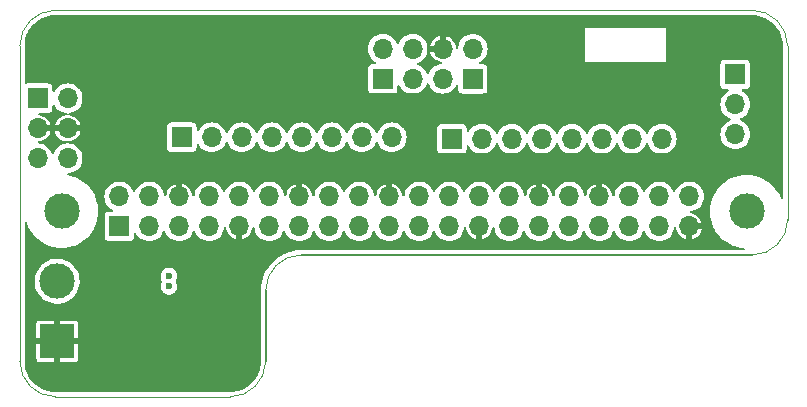
<source format=gbr>
G04 #@! TF.GenerationSoftware,KiCad,Pcbnew,(6.0.1)*
G04 #@! TF.CreationDate,2022-12-01T14:29:06+00:00*
G04 #@! TF.ProjectId,retropie-minicade-hat,72657472-6f70-4696-952d-6d696e696361,rev?*
G04 #@! TF.SameCoordinates,Original*
G04 #@! TF.FileFunction,Copper,L3,Inr*
G04 #@! TF.FilePolarity,Positive*
%FSLAX46Y46*%
G04 Gerber Fmt 4.6, Leading zero omitted, Abs format (unit mm)*
G04 Created by KiCad (PCBNEW (6.0.1)) date 2022-12-01 14:29:06*
%MOMM*%
%LPD*%
G01*
G04 APERTURE LIST*
G04 #@! TA.AperFunction,Profile*
%ADD10C,0.100000*%
G04 #@! TD*
G04 #@! TA.AperFunction,Profile*
%ADD11C,0.150000*%
G04 #@! TD*
G04 #@! TA.AperFunction,WasherPad*
%ADD12C,3.000000*%
G04 #@! TD*
G04 #@! TA.AperFunction,ComponentPad*
%ADD13R,1.700000X1.700000*%
G04 #@! TD*
G04 #@! TA.AperFunction,ComponentPad*
%ADD14O,1.700000X1.700000*%
G04 #@! TD*
G04 #@! TA.AperFunction,ComponentPad*
%ADD15R,3.000000X3.000000*%
G04 #@! TD*
G04 #@! TA.AperFunction,ComponentPad*
%ADD16C,3.000000*%
G04 #@! TD*
G04 #@! TA.AperFunction,ViaPad*
%ADD17C,0.400000*%
G04 #@! TD*
G04 #@! TA.AperFunction,ViaPad*
%ADD18C,0.600000*%
G04 #@! TD*
G04 APERTURE END LIST*
D10*
X143510000Y-65024000D02*
X143499680Y-50291999D01*
X78499680Y-50291999D02*
X78499680Y-77013320D01*
D11*
X99314000Y-77018556D02*
X99314000Y-71013528D01*
D10*
X96314005Y-80013321D02*
G75*
G03*
X99314000Y-77018556I-2J3000002D01*
G01*
X140499680Y-47291999D02*
X81499680Y-47291999D01*
X81499680Y-80013320D02*
X96314005Y-80013320D01*
X102313995Y-68018763D02*
G75*
G03*
X99314000Y-71013528I2J-3000002D01*
G01*
D11*
X140510005Y-68018764D02*
X102313995Y-68018764D01*
D10*
X143499680Y-50291999D02*
G75*
G03*
X140499680Y-47291999I-3000001J-1D01*
G01*
X81499680Y-47291999D02*
G75*
G03*
X78499680Y-50291999I1J-3000001D01*
G01*
X140510005Y-68018765D02*
G75*
G03*
X143510000Y-65024000I-2J3000002D01*
G01*
X78499680Y-77013320D02*
G75*
G03*
X81499680Y-80013320I3000001J1D01*
G01*
D12*
X82040000Y-64310000D03*
X140040000Y-64330000D03*
D13*
X109220000Y-53086000D03*
D14*
X109220000Y-50546000D03*
X111760000Y-53086000D03*
X111760000Y-50546000D03*
D13*
X139065000Y-52720000D03*
D14*
X139065000Y-55260000D03*
X139065000Y-57800000D03*
D13*
X80010000Y-54737000D03*
D14*
X82550000Y-54737000D03*
X80010000Y-57277000D03*
X82550000Y-57277000D03*
X80010000Y-59817000D03*
X82550000Y-59817000D03*
D13*
X115077000Y-58166000D03*
D14*
X117617000Y-58166000D03*
X120157000Y-58166000D03*
X122697000Y-58166000D03*
X125237000Y-58166000D03*
X127777000Y-58166000D03*
X130317000Y-58166000D03*
X132857000Y-58166000D03*
D15*
X81661000Y-75311000D03*
D16*
X81661000Y-70231000D03*
D13*
X116845000Y-53091000D03*
D14*
X114305000Y-53091000D03*
X116845000Y-50551000D03*
X114305000Y-50551000D03*
D13*
X92217000Y-58039000D03*
D14*
X94757000Y-58039000D03*
X97297000Y-58039000D03*
X99837000Y-58039000D03*
X102377000Y-58039000D03*
X104917000Y-58039000D03*
X107457000Y-58039000D03*
X109997000Y-58039000D03*
D13*
X86920000Y-65590000D03*
D14*
X86920000Y-63050000D03*
X89460000Y-65590000D03*
X89460000Y-63050000D03*
X92000000Y-65590000D03*
X92000000Y-63050000D03*
X94540000Y-65590000D03*
X94540000Y-63050000D03*
X97080000Y-65590000D03*
X97080000Y-63050000D03*
X99620000Y-65590000D03*
X99620000Y-63050000D03*
X102160000Y-65590000D03*
X102160000Y-63050000D03*
X104700000Y-65590000D03*
X104700000Y-63050000D03*
X107240000Y-65590000D03*
X107240000Y-63050000D03*
X109780000Y-65590000D03*
X109780000Y-63050000D03*
X112320000Y-65590000D03*
X112320000Y-63050000D03*
X114860000Y-65590000D03*
X114860000Y-63050000D03*
X117400000Y-65590000D03*
X117400000Y-63050000D03*
X119940000Y-65590000D03*
X119940000Y-63050000D03*
X122480000Y-65590000D03*
X122480000Y-63050000D03*
X125020000Y-65590000D03*
X125020000Y-63050000D03*
X127560000Y-65590000D03*
X127560000Y-63050000D03*
X130100000Y-65590000D03*
X130100000Y-63050000D03*
X132640000Y-65590000D03*
X132640000Y-63050000D03*
X135180000Y-65590000D03*
X135180000Y-63050000D03*
D17*
X94107000Y-68326000D03*
D18*
X95504000Y-60137500D03*
X98425000Y-66929000D03*
X117094000Y-60071000D03*
X88011000Y-77123500D03*
X126746000Y-60198000D03*
X114427000Y-60452000D03*
X106045000Y-60579000D03*
X91122000Y-70676000D03*
X91122000Y-69786000D03*
G04 #@! TA.AperFunction,Conductor*
G36*
X140475895Y-47693218D02*
G01*
X140499680Y-47696985D01*
X140507376Y-47695766D01*
X140512459Y-47694961D01*
X140533497Y-47693898D01*
X140566761Y-47695766D01*
X140785241Y-47708036D01*
X140796261Y-47709277D01*
X141072749Y-47756255D01*
X141083572Y-47758725D01*
X141094381Y-47761839D01*
X141353069Y-47836366D01*
X141363542Y-47840031D01*
X141622642Y-47947353D01*
X141632639Y-47952167D01*
X141878102Y-48087830D01*
X141887487Y-48093726D01*
X142116230Y-48256028D01*
X142124898Y-48262941D01*
X142334019Y-48449824D01*
X142341855Y-48457660D01*
X142528738Y-48666781D01*
X142535651Y-48675449D01*
X142697953Y-48904192D01*
X142703849Y-48913577D01*
X142839509Y-49159034D01*
X142844326Y-49169037D01*
X142951648Y-49428137D01*
X142955313Y-49438610D01*
X142971307Y-49494124D01*
X143032954Y-49708107D01*
X143035424Y-49718929D01*
X143078110Y-49970154D01*
X143082401Y-49995410D01*
X143083644Y-50006443D01*
X143097781Y-50258182D01*
X143096718Y-50279220D01*
X143094694Y-50291999D01*
X143095913Y-50299695D01*
X143098489Y-50315959D01*
X143099707Y-50331375D01*
X143104298Y-56885478D01*
X143108664Y-63116914D01*
X143108679Y-63138712D01*
X143089812Y-63196916D01*
X143040338Y-63232914D01*
X142979152Y-63232957D01*
X142929627Y-63197028D01*
X142918149Y-63176507D01*
X142841590Y-62990762D01*
X142840537Y-62988207D01*
X142821875Y-62954260D01*
X142674848Y-62686820D01*
X142673516Y-62684397D01*
X142658304Y-62662832D01*
X142475259Y-62403349D01*
X142475255Y-62403345D01*
X142473670Y-62401097D01*
X142243490Y-62141839D01*
X142241441Y-62139994D01*
X142241437Y-62139990D01*
X142065917Y-61981952D01*
X141985846Y-61909856D01*
X141851140Y-61813416D01*
X141706203Y-61709651D01*
X141706198Y-61709648D01*
X141703948Y-61708037D01*
X141624699Y-61663746D01*
X141403733Y-61540251D01*
X141403724Y-61540247D01*
X141401311Y-61538898D01*
X141081706Y-61404549D01*
X140749117Y-61306663D01*
X140497580Y-61262310D01*
X140410408Y-61246939D01*
X140410403Y-61246938D01*
X140407690Y-61246460D01*
X140061680Y-61224691D01*
X140058919Y-61224826D01*
X140058915Y-61224826D01*
X139763713Y-61239264D01*
X139715399Y-61241627D01*
X139373164Y-61297057D01*
X139039241Y-61390290D01*
X139003949Y-61404549D01*
X138720352Y-61519129D01*
X138720348Y-61519131D01*
X138717791Y-61520164D01*
X138715367Y-61521475D01*
X138715362Y-61521477D01*
X138415251Y-61683746D01*
X138415242Y-61683751D01*
X138412822Y-61685060D01*
X138410560Y-61686632D01*
X138410557Y-61686634D01*
X138379762Y-61708037D01*
X138128134Y-61882923D01*
X137867276Y-62111287D01*
X137865415Y-62113325D01*
X137865414Y-62113326D01*
X137828319Y-62153950D01*
X137633499Y-62367306D01*
X137429717Y-62647787D01*
X137428350Y-62650194D01*
X137428349Y-62650195D01*
X137423478Y-62658770D01*
X137258470Y-62949237D01*
X137257381Y-62951779D01*
X137257377Y-62951786D01*
X137186604Y-63116914D01*
X137121893Y-63267896D01*
X137121097Y-63270531D01*
X137121096Y-63270535D01*
X137084324Y-63392329D01*
X137021687Y-63599793D01*
X137021190Y-63602501D01*
X137021189Y-63602505D01*
X136962773Y-63920792D01*
X136959102Y-63940792D01*
X136957680Y-63961127D01*
X136935402Y-64279726D01*
X136934918Y-64286642D01*
X136949436Y-64633032D01*
X136960521Y-64704635D01*
X137001406Y-64968739D01*
X137002475Y-64975646D01*
X137015805Y-65024707D01*
X137068783Y-65219697D01*
X137093375Y-65310212D01*
X137094393Y-65312784D01*
X137094395Y-65312789D01*
X137219985Y-65629994D01*
X137221001Y-65632560D01*
X137222290Y-65634985D01*
X137222295Y-65634995D01*
X137382469Y-65936236D01*
X137383765Y-65938673D01*
X137398575Y-65960303D01*
X137578075Y-66222457D01*
X137578080Y-66222463D01*
X137579636Y-66224736D01*
X137581433Y-66226818D01*
X137581437Y-66226823D01*
X137668876Y-66328122D01*
X137806173Y-66487182D01*
X138060553Y-66722740D01*
X138339605Y-66928475D01*
X138639852Y-67101823D01*
X138770788Y-67159027D01*
X138911772Y-67220621D01*
X138957550Y-67240621D01*
X138960191Y-67241439D01*
X138960195Y-67241440D01*
X139286086Y-67342321D01*
X139286090Y-67342322D01*
X139288739Y-67343142D01*
X139291465Y-67343662D01*
X139600954Y-67402700D01*
X139629293Y-67408106D01*
X139797594Y-67421056D01*
X139854163Y-67444372D01*
X139886223Y-67496485D01*
X139881529Y-67557490D01*
X139841874Y-67604085D01*
X139789999Y-67618764D01*
X102353266Y-67618764D01*
X102337779Y-67617545D01*
X102313995Y-67613778D01*
X102310977Y-67614256D01*
X101958504Y-67632708D01*
X101606900Y-67688334D01*
X101604396Y-67689004D01*
X101604392Y-67689005D01*
X101363537Y-67753467D01*
X101263026Y-67780368D01*
X101260621Y-67781290D01*
X101260612Y-67781293D01*
X100933061Y-67906875D01*
X100930641Y-67907803D01*
X100928337Y-67908976D01*
X100928329Y-67908979D01*
X100811795Y-67968280D01*
X100613378Y-68069248D01*
X100314707Y-68262936D01*
X100312695Y-68264562D01*
X100312696Y-68264562D01*
X100039894Y-68485130D01*
X100039888Y-68485135D01*
X100037891Y-68486750D01*
X99785958Y-68738244D01*
X99784334Y-68740246D01*
X99784329Y-68740251D01*
X99734410Y-68801772D01*
X99561661Y-69014669D01*
X99367452Y-69313002D01*
X99366282Y-69315292D01*
X99366277Y-69315300D01*
X99299011Y-69446919D01*
X99205454Y-69629982D01*
X99077439Y-69962144D01*
X99076763Y-69964651D01*
X99076763Y-69964652D01*
X98989779Y-70287404D01*
X98984805Y-70305858D01*
X98928565Y-70657364D01*
X98928426Y-70659938D01*
X98928425Y-70659945D01*
X98912184Y-70960148D01*
X98909498Y-71009804D01*
X98909015Y-71012821D01*
X98910220Y-71020516D01*
X98910220Y-71020518D01*
X98912808Y-71037045D01*
X98914000Y-71052360D01*
X98914000Y-76978847D01*
X98912754Y-76994504D01*
X98909015Y-77017849D01*
X98910221Y-77025550D01*
X98910221Y-77025552D01*
X98911017Y-77030638D01*
X98912044Y-77051671D01*
X98897500Y-77303075D01*
X98896240Y-77314092D01*
X98848885Y-77590203D01*
X98846405Y-77600993D01*
X98810132Y-77726226D01*
X98768466Y-77870077D01*
X98764793Y-77880528D01*
X98658464Y-78136282D01*
X98657248Y-78139207D01*
X98652424Y-78149192D01*
X98518000Y-78391735D01*
X98516627Y-78394212D01*
X98510717Y-78403595D01*
X98348365Y-78631895D01*
X98341442Y-78640558D01*
X98154580Y-78849265D01*
X98146731Y-78857100D01*
X97937704Y-79043593D01*
X97929029Y-79050501D01*
X97700447Y-79212453D01*
X97691054Y-79218347D01*
X97445798Y-79353716D01*
X97435804Y-79358523D01*
X97288715Y-79419374D01*
X97176934Y-79465618D01*
X97166472Y-79469274D01*
X97036029Y-79506810D01*
X96897264Y-79546740D01*
X96886452Y-79549205D01*
X96792516Y-79565148D01*
X96610265Y-79596079D01*
X96599258Y-79597318D01*
X96402889Y-79608334D01*
X96347822Y-79611423D01*
X96326790Y-79610359D01*
X96321701Y-79609553D01*
X96314005Y-79608334D01*
X96290221Y-79612101D01*
X96274734Y-79613320D01*
X81538951Y-79613320D01*
X81523464Y-79612101D01*
X81499680Y-79608334D01*
X81491984Y-79609553D01*
X81486901Y-79610358D01*
X81465863Y-79611421D01*
X81415489Y-79608592D01*
X81214119Y-79597283D01*
X81203099Y-79596042D01*
X80926610Y-79549064D01*
X80915788Y-79546594D01*
X80823736Y-79520074D01*
X80646291Y-79468953D01*
X80635818Y-79465288D01*
X80376718Y-79357966D01*
X80366721Y-79353152D01*
X80121258Y-79217489D01*
X80111873Y-79211593D01*
X79883130Y-79049291D01*
X79874462Y-79042378D01*
X79665341Y-78855495D01*
X79657505Y-78847659D01*
X79470622Y-78638538D01*
X79463709Y-78629870D01*
X79301407Y-78401127D01*
X79295511Y-78391742D01*
X79159848Y-78146279D01*
X79155034Y-78136282D01*
X79047712Y-77877182D01*
X79044045Y-77866704D01*
X78966406Y-77597212D01*
X78963936Y-77586389D01*
X78916959Y-77309909D01*
X78915716Y-77298876D01*
X78901579Y-77047137D01*
X78902642Y-77026099D01*
X78903447Y-77021016D01*
X78904666Y-77013320D01*
X78900899Y-76989535D01*
X78899680Y-76974049D01*
X78899680Y-76830766D01*
X79911000Y-76830766D01*
X79911948Y-76840388D01*
X79923603Y-76898983D01*
X79930922Y-76916651D01*
X79975341Y-76983130D01*
X79988870Y-76996659D01*
X80055349Y-77041078D01*
X80073017Y-77048397D01*
X80131612Y-77060052D01*
X80141234Y-77061000D01*
X81391320Y-77061000D01*
X81404005Y-77056878D01*
X81407000Y-77052757D01*
X81407000Y-77045320D01*
X81915000Y-77045320D01*
X81919122Y-77058005D01*
X81923243Y-77061000D01*
X83180766Y-77061000D01*
X83190388Y-77060052D01*
X83248983Y-77048397D01*
X83266651Y-77041078D01*
X83333130Y-76996659D01*
X83346659Y-76983130D01*
X83391078Y-76916651D01*
X83398397Y-76898983D01*
X83410052Y-76840388D01*
X83411000Y-76830766D01*
X83411000Y-75580680D01*
X83406878Y-75567995D01*
X83402757Y-75565000D01*
X81930680Y-75565000D01*
X81917995Y-75569122D01*
X81915000Y-75573243D01*
X81915000Y-77045320D01*
X81407000Y-77045320D01*
X81407000Y-75580680D01*
X81402878Y-75567995D01*
X81398757Y-75565000D01*
X79926680Y-75565000D01*
X79913995Y-75569122D01*
X79911000Y-75573243D01*
X79911000Y-76830766D01*
X78899680Y-76830766D01*
X78899680Y-75041320D01*
X79911000Y-75041320D01*
X79915122Y-75054005D01*
X79919243Y-75057000D01*
X81391320Y-75057000D01*
X81404005Y-75052878D01*
X81407000Y-75048757D01*
X81407000Y-75041320D01*
X81915000Y-75041320D01*
X81919122Y-75054005D01*
X81923243Y-75057000D01*
X83395320Y-75057000D01*
X83408005Y-75052878D01*
X83411000Y-75048757D01*
X83411000Y-73791234D01*
X83410052Y-73781612D01*
X83398397Y-73723017D01*
X83391078Y-73705349D01*
X83346659Y-73638870D01*
X83333130Y-73625341D01*
X83266651Y-73580922D01*
X83248983Y-73573603D01*
X83190388Y-73561948D01*
X83180766Y-73561000D01*
X81930680Y-73561000D01*
X81917995Y-73565122D01*
X81915000Y-73569243D01*
X81915000Y-75041320D01*
X81407000Y-75041320D01*
X81407000Y-73576680D01*
X81402878Y-73563995D01*
X81398757Y-73561000D01*
X80141234Y-73561000D01*
X80131612Y-73561948D01*
X80073017Y-73573603D01*
X80055349Y-73580922D01*
X79988870Y-73625341D01*
X79975341Y-73638870D01*
X79930922Y-73705349D01*
X79923603Y-73723017D01*
X79911948Y-73781612D01*
X79911000Y-73791234D01*
X79911000Y-75041320D01*
X78899680Y-75041320D01*
X78899680Y-70171151D01*
X79756585Y-70171151D01*
X79756722Y-70174642D01*
X79756722Y-70174647D01*
X79758979Y-70232081D01*
X79767152Y-70440083D01*
X79815505Y-70704843D01*
X79816612Y-70708161D01*
X79816613Y-70708165D01*
X79899571Y-70956818D01*
X79900682Y-70960148D01*
X79902247Y-70963280D01*
X79902249Y-70963285D01*
X79960626Y-71080116D01*
X80020981Y-71200905D01*
X80174003Y-71422309D01*
X80356695Y-71619944D01*
X80359405Y-71622151D01*
X80359409Y-71622154D01*
X80562701Y-71787660D01*
X80565411Y-71789866D01*
X80795987Y-71928684D01*
X81043822Y-72033628D01*
X81303972Y-72102606D01*
X81307445Y-72103017D01*
X81307450Y-72103018D01*
X81512812Y-72127324D01*
X81571245Y-72134240D01*
X81574734Y-72134158D01*
X81574739Y-72134158D01*
X81697338Y-72131268D01*
X81840310Y-72127899D01*
X82105796Y-72083710D01*
X82109128Y-72082656D01*
X82109133Y-72082655D01*
X82205373Y-72052218D01*
X82362408Y-72002554D01*
X82365566Y-72001038D01*
X82365570Y-72001036D01*
X82601867Y-71887568D01*
X82601873Y-71887565D01*
X82605025Y-71886051D01*
X82828806Y-71736526D01*
X82831414Y-71734190D01*
X82831418Y-71734187D01*
X83026675Y-71559300D01*
X83026678Y-71559297D01*
X83029286Y-71556961D01*
X83150755Y-71412457D01*
X83200215Y-71353617D01*
X83200217Y-71353615D01*
X83202465Y-71350940D01*
X83344887Y-71122572D01*
X83379023Y-71045359D01*
X83452296Y-70879620D01*
X83452298Y-70879614D01*
X83453712Y-70876416D01*
X83454660Y-70873053D01*
X83454663Y-70873046D01*
X83510235Y-70676000D01*
X83512319Y-70668611D01*
X90416394Y-70668611D01*
X90417049Y-70674544D01*
X90417049Y-70674548D01*
X90422450Y-70723470D01*
X90434999Y-70837135D01*
X90493266Y-70996356D01*
X90496591Y-71001305D01*
X90496592Y-71001306D01*
X90509502Y-71020518D01*
X90587830Y-71137083D01*
X90713233Y-71251191D01*
X90862235Y-71332092D01*
X90897189Y-71341262D01*
X91020464Y-71373603D01*
X91020468Y-71373604D01*
X91026233Y-71375116D01*
X91032194Y-71375210D01*
X91032197Y-71375210D01*
X91110996Y-71376447D01*
X91195760Y-71377779D01*
X91201575Y-71376447D01*
X91201577Y-71376447D01*
X91355206Y-71341262D01*
X91355209Y-71341261D01*
X91361029Y-71339928D01*
X91376610Y-71332092D01*
X91507165Y-71266429D01*
X91512498Y-71263747D01*
X91517035Y-71259872D01*
X91517038Y-71259870D01*
X91636888Y-71157508D01*
X91636891Y-71157505D01*
X91641423Y-71153634D01*
X91661612Y-71125538D01*
X91736877Y-71020796D01*
X91736878Y-71020794D01*
X91740361Y-71015947D01*
X91742831Y-71009804D01*
X91801377Y-70864167D01*
X91801378Y-70864165D01*
X91803601Y-70858634D01*
X91807505Y-70831204D01*
X91827034Y-70693985D01*
X91827034Y-70693979D01*
X91827490Y-70690778D01*
X91827645Y-70676000D01*
X91807276Y-70507680D01*
X91747345Y-70349077D01*
X91704956Y-70287401D01*
X91687579Y-70228738D01*
X91706149Y-70173558D01*
X91736877Y-70130796D01*
X91736878Y-70130794D01*
X91740361Y-70125947D01*
X91746246Y-70111309D01*
X91801377Y-69974167D01*
X91801378Y-69974165D01*
X91803601Y-69968634D01*
X91804442Y-69962727D01*
X91827034Y-69803985D01*
X91827034Y-69803979D01*
X91827490Y-69800778D01*
X91827645Y-69786000D01*
X91809852Y-69638968D01*
X91807993Y-69623602D01*
X91807992Y-69623599D01*
X91807276Y-69617680D01*
X91747345Y-69459077D01*
X91736870Y-69443835D01*
X91654692Y-69324267D01*
X91651312Y-69319349D01*
X91524721Y-69206560D01*
X91374881Y-69127224D01*
X91292661Y-69106572D01*
X91216231Y-69087373D01*
X91216228Y-69087373D01*
X91210441Y-69085919D01*
X91124841Y-69085471D01*
X91046861Y-69085062D01*
X91046859Y-69085062D01*
X91040895Y-69085031D01*
X91035099Y-69086423D01*
X91035095Y-69086423D01*
X90927703Y-69112207D01*
X90876032Y-69124612D01*
X90812729Y-69157285D01*
X90730675Y-69199636D01*
X90730673Y-69199638D01*
X90725369Y-69202375D01*
X90597604Y-69313831D01*
X90500113Y-69452547D01*
X90438524Y-69610513D01*
X90416394Y-69778611D01*
X90417049Y-69784544D01*
X90417049Y-69784548D01*
X90429797Y-69900018D01*
X90434999Y-69947135D01*
X90493266Y-70106356D01*
X90539801Y-70175609D01*
X90556562Y-70234451D01*
X90538626Y-70287748D01*
X90500113Y-70342547D01*
X90438524Y-70500513D01*
X90416394Y-70668611D01*
X83512319Y-70668611D01*
X83526767Y-70617382D01*
X83562595Y-70350638D01*
X83562799Y-70344162D01*
X83566276Y-70233528D01*
X83566276Y-70233519D01*
X83566355Y-70231000D01*
X83547347Y-69962533D01*
X83490700Y-69699423D01*
X83470849Y-69645612D01*
X83398760Y-69450207D01*
X83397547Y-69446919D01*
X83328371Y-69318714D01*
X83271405Y-69213138D01*
X83271404Y-69213136D01*
X83269744Y-69210060D01*
X83266967Y-69206299D01*
X83111925Y-68996390D01*
X83109843Y-68993571D01*
X82921034Y-68801772D01*
X82707083Y-68638490D01*
X82472261Y-68506983D01*
X82221251Y-68409875D01*
X82217845Y-68409086D01*
X82217840Y-68409084D01*
X82055420Y-68371437D01*
X81959063Y-68349103D01*
X81749043Y-68330913D01*
X81694416Y-68326182D01*
X81694415Y-68326182D01*
X81690928Y-68325880D01*
X81575211Y-68332248D01*
X81425695Y-68340476D01*
X81425689Y-68340477D01*
X81422196Y-68340669D01*
X81158228Y-68393176D01*
X80904292Y-68482352D01*
X80901191Y-68483963D01*
X80901186Y-68483965D01*
X80856875Y-68506983D01*
X80665455Y-68606418D01*
X80662614Y-68608448D01*
X80662611Y-68608450D01*
X80574116Y-68671690D01*
X80446481Y-68762899D01*
X80403114Y-68804269D01*
X80254271Y-68946257D01*
X80254267Y-68946261D01*
X80251740Y-68948672D01*
X80085118Y-69160032D01*
X79949939Y-69392760D01*
X79927700Y-69447665D01*
X79852627Y-69633012D01*
X79848900Y-69642213D01*
X79784017Y-69903414D01*
X79783660Y-69906898D01*
X79761217Y-70125947D01*
X79756585Y-70171151D01*
X78899680Y-70171151D01*
X78899680Y-65318700D01*
X78918587Y-65260509D01*
X78968087Y-65224545D01*
X79029273Y-65224545D01*
X79078773Y-65260509D01*
X79092617Y-65287447D01*
X79092654Y-65287558D01*
X79093375Y-65290212D01*
X79221001Y-65612560D01*
X79222290Y-65614985D01*
X79222295Y-65614995D01*
X79348443Y-65852243D01*
X79383765Y-65918673D01*
X79385327Y-65920954D01*
X79578075Y-66202457D01*
X79578080Y-66202463D01*
X79579636Y-66204736D01*
X79581433Y-66206818D01*
X79581437Y-66206823D01*
X79668876Y-66308122D01*
X79806173Y-66467182D01*
X80060553Y-66702740D01*
X80339605Y-66908475D01*
X80639852Y-67081823D01*
X80957550Y-67220621D01*
X80960191Y-67221439D01*
X80960195Y-67221440D01*
X81286086Y-67322321D01*
X81286090Y-67322322D01*
X81288739Y-67323142D01*
X81291465Y-67323662D01*
X81502752Y-67363967D01*
X81629293Y-67388106D01*
X81974966Y-67414704D01*
X81977718Y-67414608D01*
X81977723Y-67414608D01*
X82187288Y-67407289D01*
X82321449Y-67402604D01*
X82664424Y-67351958D01*
X82667093Y-67351253D01*
X82667097Y-67351252D01*
X82996957Y-67264100D01*
X82996960Y-67264099D01*
X82999617Y-67263397D01*
X83108644Y-67221108D01*
X83320261Y-67139027D01*
X83320270Y-67139023D01*
X83322848Y-67138023D01*
X83589379Y-66998684D01*
X83627636Y-66978684D01*
X83627637Y-66978683D01*
X83630090Y-66977401D01*
X83917513Y-66783532D01*
X83919626Y-66781734D01*
X84179430Y-66560623D01*
X84179433Y-66560620D01*
X84181534Y-66558832D01*
X84418863Y-66306103D01*
X84475681Y-66230153D01*
X84624881Y-66030714D01*
X84624887Y-66030705D01*
X84626541Y-66028494D01*
X84627937Y-66026114D01*
X84627942Y-66026107D01*
X84755917Y-65807977D01*
X84801980Y-65729465D01*
X84942994Y-65412744D01*
X84954544Y-65376334D01*
X85046991Y-65084905D01*
X85046992Y-65084899D01*
X85047824Y-65082278D01*
X85065761Y-64991688D01*
X85114628Y-64744895D01*
X85114629Y-64744888D01*
X85115164Y-64742186D01*
X85144174Y-64396707D01*
X85144912Y-64343855D01*
X85145361Y-64311747D01*
X85145361Y-64311736D01*
X85145385Y-64310000D01*
X85126032Y-63963846D01*
X85077623Y-63677638D01*
X85068674Y-63624726D01*
X85068674Y-63624724D01*
X85068214Y-63622007D01*
X84989079Y-63346031D01*
X84973415Y-63291402D01*
X84973414Y-63291398D01*
X84972652Y-63288742D01*
X84874250Y-63050000D01*
X85664723Y-63050000D01*
X85683793Y-63267977D01*
X85684912Y-63272152D01*
X85684912Y-63272154D01*
X85717113Y-63392329D01*
X85740425Y-63479330D01*
X85832898Y-63677638D01*
X85958402Y-63856877D01*
X86113123Y-64011598D01*
X86228004Y-64092039D01*
X86274851Y-64124841D01*
X86292361Y-64137102D01*
X86314136Y-64147256D01*
X86321687Y-64150777D01*
X86366435Y-64192505D01*
X86378110Y-64252566D01*
X86352252Y-64308019D01*
X86298738Y-64337682D01*
X86279849Y-64339501D01*
X86038482Y-64339501D01*
X86034639Y-64340110D01*
X86034634Y-64340110D01*
X85997783Y-64345947D01*
X85944696Y-64354354D01*
X85903470Y-64375360D01*
X85838597Y-64408414D01*
X85838595Y-64408415D01*
X85831658Y-64411950D01*
X85741950Y-64501658D01*
X85738415Y-64508595D01*
X85738414Y-64508597D01*
X85689797Y-64604013D01*
X85684354Y-64614696D01*
X85669500Y-64708481D01*
X85669501Y-66471518D01*
X85670110Y-66475361D01*
X85670110Y-66475366D01*
X85674430Y-66502641D01*
X85684354Y-66565304D01*
X85700498Y-66596988D01*
X85733996Y-66662731D01*
X85741950Y-66678342D01*
X85831658Y-66768050D01*
X85838595Y-66771585D01*
X85838597Y-66771586D01*
X85897766Y-66801734D01*
X85944696Y-66825646D01*
X85952390Y-66826865D01*
X85952391Y-66826865D01*
X86034635Y-66839891D01*
X86034637Y-66839891D01*
X86038481Y-66840500D01*
X86919886Y-66840500D01*
X87801518Y-66840499D01*
X87805361Y-66839890D01*
X87805366Y-66839890D01*
X87842217Y-66834053D01*
X87895304Y-66825646D01*
X87981486Y-66781734D01*
X88001403Y-66771586D01*
X88001405Y-66771585D01*
X88008342Y-66768050D01*
X88098050Y-66678342D01*
X88106005Y-66662731D01*
X88152110Y-66572244D01*
X88152110Y-66572243D01*
X88155646Y-66565304D01*
X88170500Y-66471519D01*
X88170500Y-66230153D01*
X88189407Y-66171962D01*
X88238907Y-66135998D01*
X88300093Y-66135998D01*
X88349593Y-66171962D01*
X88359224Y-66188313D01*
X88372898Y-66217638D01*
X88498402Y-66396877D01*
X88653123Y-66551598D01*
X88768004Y-66632039D01*
X88782035Y-66641863D01*
X88832361Y-66677102D01*
X89030670Y-66769575D01*
X89076048Y-66781734D01*
X89237846Y-66825088D01*
X89237848Y-66825088D01*
X89242023Y-66826207D01*
X89460000Y-66845277D01*
X89677977Y-66826207D01*
X89682152Y-66825088D01*
X89682154Y-66825088D01*
X89843952Y-66781734D01*
X89889330Y-66769575D01*
X90087639Y-66677102D01*
X90137966Y-66641863D01*
X90151996Y-66632039D01*
X90266877Y-66551598D01*
X90421598Y-66396877D01*
X90547102Y-66217638D01*
X90639575Y-66019330D01*
X90641132Y-66020056D01*
X90674640Y-65977168D01*
X90733455Y-65960303D01*
X90790950Y-65981230D01*
X90819086Y-66019954D01*
X90820425Y-66019330D01*
X90912898Y-66217638D01*
X91038402Y-66396877D01*
X91193123Y-66551598D01*
X91308004Y-66632039D01*
X91322035Y-66641863D01*
X91372361Y-66677102D01*
X91570670Y-66769575D01*
X91616048Y-66781734D01*
X91777846Y-66825088D01*
X91777848Y-66825088D01*
X91782023Y-66826207D01*
X92000000Y-66845277D01*
X92217977Y-66826207D01*
X92222152Y-66825088D01*
X92222154Y-66825088D01*
X92383952Y-66781734D01*
X92429330Y-66769575D01*
X92627639Y-66677102D01*
X92677966Y-66641863D01*
X92691996Y-66632039D01*
X92806877Y-66551598D01*
X92961598Y-66396877D01*
X93087102Y-66217638D01*
X93179575Y-66019330D01*
X93181132Y-66020056D01*
X93214640Y-65977168D01*
X93273455Y-65960303D01*
X93330950Y-65981230D01*
X93359086Y-66019954D01*
X93360425Y-66019330D01*
X93452898Y-66217638D01*
X93578402Y-66396877D01*
X93733123Y-66551598D01*
X93848004Y-66632039D01*
X93862035Y-66641863D01*
X93912361Y-66677102D01*
X94110670Y-66769575D01*
X94156048Y-66781734D01*
X94317846Y-66825088D01*
X94317848Y-66825088D01*
X94322023Y-66826207D01*
X94540000Y-66845277D01*
X94757977Y-66826207D01*
X94762152Y-66825088D01*
X94762154Y-66825088D01*
X94923952Y-66781734D01*
X94969330Y-66769575D01*
X95167639Y-66677102D01*
X95217966Y-66641863D01*
X95231996Y-66632039D01*
X95346877Y-66551598D01*
X95501598Y-66396877D01*
X95627102Y-66217638D01*
X95719575Y-66019330D01*
X95765919Y-65846372D01*
X95775088Y-65812154D01*
X95775088Y-65812152D01*
X95776207Y-65807977D01*
X95786145Y-65694382D01*
X95786710Y-65687927D01*
X95810617Y-65631605D01*
X95863063Y-65600092D01*
X95924015Y-65605425D01*
X95970193Y-65645566D01*
X95984121Y-65690081D01*
X95988591Y-65758289D01*
X95990004Y-65767210D01*
X96037534Y-65954359D01*
X96040554Y-65962887D01*
X96121386Y-66138225D01*
X96125917Y-66146072D01*
X96237348Y-66303744D01*
X96243222Y-66310622D01*
X96381532Y-66445357D01*
X96388555Y-66451044D01*
X96549099Y-66558317D01*
X96557054Y-66562635D01*
X96734446Y-66638849D01*
X96743057Y-66641647D01*
X96810706Y-66656954D01*
X96823603Y-66655769D01*
X96826000Y-66647051D01*
X96826000Y-65435000D01*
X96844907Y-65376809D01*
X96894407Y-65340845D01*
X96925000Y-65336000D01*
X97235000Y-65336000D01*
X97293191Y-65354907D01*
X97329155Y-65404407D01*
X97334000Y-65435000D01*
X97334000Y-66649074D01*
X97338122Y-66661759D01*
X97339293Y-66662610D01*
X97341800Y-66662824D01*
X97342189Y-66662731D01*
X97525026Y-66600666D01*
X97533288Y-66596988D01*
X97701755Y-66502641D01*
X97709209Y-66497518D01*
X97857650Y-66374061D01*
X97864061Y-66367650D01*
X97987518Y-66219209D01*
X97992641Y-66211755D01*
X98086988Y-66043288D01*
X98090666Y-66035026D01*
X98152730Y-65852191D01*
X98154841Y-65843399D01*
X98177256Y-65688804D01*
X98204318Y-65633929D01*
X98258466Y-65605440D01*
X98319018Y-65614219D01*
X98362846Y-65656914D01*
X98373855Y-65694382D01*
X98383793Y-65807977D01*
X98384912Y-65812152D01*
X98384912Y-65812154D01*
X98394081Y-65846372D01*
X98440425Y-66019330D01*
X98532898Y-66217638D01*
X98658402Y-66396877D01*
X98813123Y-66551598D01*
X98928004Y-66632039D01*
X98942035Y-66641863D01*
X98992361Y-66677102D01*
X99190670Y-66769575D01*
X99236048Y-66781734D01*
X99397846Y-66825088D01*
X99397848Y-66825088D01*
X99402023Y-66826207D01*
X99620000Y-66845277D01*
X99837977Y-66826207D01*
X99842152Y-66825088D01*
X99842154Y-66825088D01*
X100003952Y-66781734D01*
X100049330Y-66769575D01*
X100247639Y-66677102D01*
X100297966Y-66641863D01*
X100311996Y-66632039D01*
X100426877Y-66551598D01*
X100581598Y-66396877D01*
X100707102Y-66217638D01*
X100799575Y-66019330D01*
X100801132Y-66020056D01*
X100834640Y-65977168D01*
X100893455Y-65960303D01*
X100950950Y-65981230D01*
X100979086Y-66019954D01*
X100980425Y-66019330D01*
X101072898Y-66217638D01*
X101198402Y-66396877D01*
X101353123Y-66551598D01*
X101468004Y-66632039D01*
X101482035Y-66641863D01*
X101532361Y-66677102D01*
X101730670Y-66769575D01*
X101776048Y-66781734D01*
X101937846Y-66825088D01*
X101937848Y-66825088D01*
X101942023Y-66826207D01*
X102160000Y-66845277D01*
X102377977Y-66826207D01*
X102382152Y-66825088D01*
X102382154Y-66825088D01*
X102543952Y-66781734D01*
X102589330Y-66769575D01*
X102787639Y-66677102D01*
X102837966Y-66641863D01*
X102851996Y-66632039D01*
X102966877Y-66551598D01*
X103121598Y-66396877D01*
X103247102Y-66217638D01*
X103339575Y-66019330D01*
X103341132Y-66020056D01*
X103374640Y-65977168D01*
X103433455Y-65960303D01*
X103490950Y-65981230D01*
X103519086Y-66019954D01*
X103520425Y-66019330D01*
X103612898Y-66217638D01*
X103738402Y-66396877D01*
X103893123Y-66551598D01*
X104008004Y-66632039D01*
X104022035Y-66641863D01*
X104072361Y-66677102D01*
X104270670Y-66769575D01*
X104316048Y-66781734D01*
X104477846Y-66825088D01*
X104477848Y-66825088D01*
X104482023Y-66826207D01*
X104700000Y-66845277D01*
X104917977Y-66826207D01*
X104922152Y-66825088D01*
X104922154Y-66825088D01*
X105083952Y-66781734D01*
X105129330Y-66769575D01*
X105327639Y-66677102D01*
X105377966Y-66641863D01*
X105391996Y-66632039D01*
X105506877Y-66551598D01*
X105661598Y-66396877D01*
X105787102Y-66217638D01*
X105879575Y-66019330D01*
X105881132Y-66020056D01*
X105914640Y-65977168D01*
X105973455Y-65960303D01*
X106030950Y-65981230D01*
X106059086Y-66019954D01*
X106060425Y-66019330D01*
X106152898Y-66217638D01*
X106278402Y-66396877D01*
X106433123Y-66551598D01*
X106548004Y-66632039D01*
X106562035Y-66641863D01*
X106612361Y-66677102D01*
X106810670Y-66769575D01*
X106856048Y-66781734D01*
X107017846Y-66825088D01*
X107017848Y-66825088D01*
X107022023Y-66826207D01*
X107240000Y-66845277D01*
X107457977Y-66826207D01*
X107462152Y-66825088D01*
X107462154Y-66825088D01*
X107623952Y-66781734D01*
X107669330Y-66769575D01*
X107867639Y-66677102D01*
X107917966Y-66641863D01*
X107931996Y-66632039D01*
X108046877Y-66551598D01*
X108201598Y-66396877D01*
X108327102Y-66217638D01*
X108419575Y-66019330D01*
X108421132Y-66020056D01*
X108454640Y-65977168D01*
X108513455Y-65960303D01*
X108570950Y-65981230D01*
X108599086Y-66019954D01*
X108600425Y-66019330D01*
X108692898Y-66217638D01*
X108818402Y-66396877D01*
X108973123Y-66551598D01*
X109088004Y-66632039D01*
X109102035Y-66641863D01*
X109152361Y-66677102D01*
X109350670Y-66769575D01*
X109396048Y-66781734D01*
X109557846Y-66825088D01*
X109557848Y-66825088D01*
X109562023Y-66826207D01*
X109780000Y-66845277D01*
X109997977Y-66826207D01*
X110002152Y-66825088D01*
X110002154Y-66825088D01*
X110163952Y-66781734D01*
X110209330Y-66769575D01*
X110407639Y-66677102D01*
X110457966Y-66641863D01*
X110471996Y-66632039D01*
X110586877Y-66551598D01*
X110741598Y-66396877D01*
X110867102Y-66217638D01*
X110959575Y-66019330D01*
X110961132Y-66020056D01*
X110994640Y-65977168D01*
X111053455Y-65960303D01*
X111110950Y-65981230D01*
X111139086Y-66019954D01*
X111140425Y-66019330D01*
X111232898Y-66217638D01*
X111358402Y-66396877D01*
X111513123Y-66551598D01*
X111628004Y-66632039D01*
X111642035Y-66641863D01*
X111692361Y-66677102D01*
X111890670Y-66769575D01*
X111936048Y-66781734D01*
X112097846Y-66825088D01*
X112097848Y-66825088D01*
X112102023Y-66826207D01*
X112320000Y-66845277D01*
X112537977Y-66826207D01*
X112542152Y-66825088D01*
X112542154Y-66825088D01*
X112703952Y-66781734D01*
X112749330Y-66769575D01*
X112947639Y-66677102D01*
X112997966Y-66641863D01*
X113011996Y-66632039D01*
X113126877Y-66551598D01*
X113281598Y-66396877D01*
X113407102Y-66217638D01*
X113499575Y-66019330D01*
X113501132Y-66020056D01*
X113534640Y-65977168D01*
X113593455Y-65960303D01*
X113650950Y-65981230D01*
X113679086Y-66019954D01*
X113680425Y-66019330D01*
X113772898Y-66217638D01*
X113898402Y-66396877D01*
X114053123Y-66551598D01*
X114168004Y-66632039D01*
X114182035Y-66641863D01*
X114232361Y-66677102D01*
X114430670Y-66769575D01*
X114476048Y-66781734D01*
X114637846Y-66825088D01*
X114637848Y-66825088D01*
X114642023Y-66826207D01*
X114860000Y-66845277D01*
X115077977Y-66826207D01*
X115082152Y-66825088D01*
X115082154Y-66825088D01*
X115243952Y-66781734D01*
X115289330Y-66769575D01*
X115487639Y-66677102D01*
X115537966Y-66641863D01*
X115551996Y-66632039D01*
X115666877Y-66551598D01*
X115821598Y-66396877D01*
X115947102Y-66217638D01*
X116039575Y-66019330D01*
X116085919Y-65846372D01*
X116095088Y-65812154D01*
X116095088Y-65812152D01*
X116096207Y-65807977D01*
X116106145Y-65694382D01*
X116106710Y-65687927D01*
X116130617Y-65631605D01*
X116183063Y-65600092D01*
X116244015Y-65605425D01*
X116290193Y-65645566D01*
X116304121Y-65690081D01*
X116308591Y-65758289D01*
X116310004Y-65767210D01*
X116357534Y-65954359D01*
X116360554Y-65962887D01*
X116441386Y-66138225D01*
X116445917Y-66146072D01*
X116557348Y-66303744D01*
X116563222Y-66310622D01*
X116701532Y-66445357D01*
X116708555Y-66451044D01*
X116869099Y-66558317D01*
X116877054Y-66562635D01*
X117054446Y-66638849D01*
X117063057Y-66641647D01*
X117130706Y-66656954D01*
X117143603Y-66655769D01*
X117146000Y-66647051D01*
X117146000Y-65435000D01*
X117164907Y-65376809D01*
X117214407Y-65340845D01*
X117245000Y-65336000D01*
X117555000Y-65336000D01*
X117613191Y-65354907D01*
X117649155Y-65404407D01*
X117654000Y-65435000D01*
X117654000Y-66649074D01*
X117658122Y-66661759D01*
X117659293Y-66662610D01*
X117661800Y-66662824D01*
X117662189Y-66662731D01*
X117845026Y-66600666D01*
X117853288Y-66596988D01*
X118021755Y-66502641D01*
X118029209Y-66497518D01*
X118177650Y-66374061D01*
X118184061Y-66367650D01*
X118307518Y-66219209D01*
X118312641Y-66211755D01*
X118406988Y-66043288D01*
X118410666Y-66035026D01*
X118472730Y-65852191D01*
X118474841Y-65843399D01*
X118497256Y-65688804D01*
X118524318Y-65633929D01*
X118578466Y-65605440D01*
X118639018Y-65614219D01*
X118682846Y-65656914D01*
X118693855Y-65694382D01*
X118703793Y-65807977D01*
X118704912Y-65812152D01*
X118704912Y-65812154D01*
X118714081Y-65846372D01*
X118760425Y-66019330D01*
X118852898Y-66217638D01*
X118978402Y-66396877D01*
X119133123Y-66551598D01*
X119248004Y-66632039D01*
X119262035Y-66641863D01*
X119312361Y-66677102D01*
X119510670Y-66769575D01*
X119556048Y-66781734D01*
X119717846Y-66825088D01*
X119717848Y-66825088D01*
X119722023Y-66826207D01*
X119940000Y-66845277D01*
X120157977Y-66826207D01*
X120162152Y-66825088D01*
X120162154Y-66825088D01*
X120323952Y-66781734D01*
X120369330Y-66769575D01*
X120567639Y-66677102D01*
X120617966Y-66641863D01*
X120631996Y-66632039D01*
X120746877Y-66551598D01*
X120901598Y-66396877D01*
X121027102Y-66217638D01*
X121119575Y-66019330D01*
X121121132Y-66020056D01*
X121154640Y-65977168D01*
X121213455Y-65960303D01*
X121270950Y-65981230D01*
X121299086Y-66019954D01*
X121300425Y-66019330D01*
X121392898Y-66217638D01*
X121518402Y-66396877D01*
X121673123Y-66551598D01*
X121788004Y-66632039D01*
X121802035Y-66641863D01*
X121852361Y-66677102D01*
X122050670Y-66769575D01*
X122096048Y-66781734D01*
X122257846Y-66825088D01*
X122257848Y-66825088D01*
X122262023Y-66826207D01*
X122480000Y-66845277D01*
X122697977Y-66826207D01*
X122702152Y-66825088D01*
X122702154Y-66825088D01*
X122863952Y-66781734D01*
X122909330Y-66769575D01*
X123107639Y-66677102D01*
X123157966Y-66641863D01*
X123171996Y-66632039D01*
X123286877Y-66551598D01*
X123441598Y-66396877D01*
X123567102Y-66217638D01*
X123659575Y-66019330D01*
X123661132Y-66020056D01*
X123694640Y-65977168D01*
X123753455Y-65960303D01*
X123810950Y-65981230D01*
X123839086Y-66019954D01*
X123840425Y-66019330D01*
X123932898Y-66217638D01*
X124058402Y-66396877D01*
X124213123Y-66551598D01*
X124328004Y-66632039D01*
X124342035Y-66641863D01*
X124392361Y-66677102D01*
X124590670Y-66769575D01*
X124636048Y-66781734D01*
X124797846Y-66825088D01*
X124797848Y-66825088D01*
X124802023Y-66826207D01*
X125020000Y-66845277D01*
X125237977Y-66826207D01*
X125242152Y-66825088D01*
X125242154Y-66825088D01*
X125403952Y-66781734D01*
X125449330Y-66769575D01*
X125647639Y-66677102D01*
X125697966Y-66641863D01*
X125711996Y-66632039D01*
X125826877Y-66551598D01*
X125981598Y-66396877D01*
X126107102Y-66217638D01*
X126199575Y-66019330D01*
X126201132Y-66020056D01*
X126234640Y-65977168D01*
X126293455Y-65960303D01*
X126350950Y-65981230D01*
X126379086Y-66019954D01*
X126380425Y-66019330D01*
X126472898Y-66217638D01*
X126598402Y-66396877D01*
X126753123Y-66551598D01*
X126868004Y-66632039D01*
X126882035Y-66641863D01*
X126932361Y-66677102D01*
X127130670Y-66769575D01*
X127176048Y-66781734D01*
X127337846Y-66825088D01*
X127337848Y-66825088D01*
X127342023Y-66826207D01*
X127560000Y-66845277D01*
X127777977Y-66826207D01*
X127782152Y-66825088D01*
X127782154Y-66825088D01*
X127943952Y-66781734D01*
X127989330Y-66769575D01*
X128187639Y-66677102D01*
X128237966Y-66641863D01*
X128251996Y-66632039D01*
X128366877Y-66551598D01*
X128521598Y-66396877D01*
X128647102Y-66217638D01*
X128739575Y-66019330D01*
X128741132Y-66020056D01*
X128774640Y-65977168D01*
X128833455Y-65960303D01*
X128890950Y-65981230D01*
X128919086Y-66019954D01*
X128920425Y-66019330D01*
X129012898Y-66217638D01*
X129138402Y-66396877D01*
X129293123Y-66551598D01*
X129408004Y-66632039D01*
X129422035Y-66641863D01*
X129472361Y-66677102D01*
X129670670Y-66769575D01*
X129716048Y-66781734D01*
X129877846Y-66825088D01*
X129877848Y-66825088D01*
X129882023Y-66826207D01*
X130100000Y-66845277D01*
X130317977Y-66826207D01*
X130322152Y-66825088D01*
X130322154Y-66825088D01*
X130483952Y-66781734D01*
X130529330Y-66769575D01*
X130727639Y-66677102D01*
X130777966Y-66641863D01*
X130791996Y-66632039D01*
X130906877Y-66551598D01*
X131061598Y-66396877D01*
X131187102Y-66217638D01*
X131279575Y-66019330D01*
X131281132Y-66020056D01*
X131314640Y-65977168D01*
X131373455Y-65960303D01*
X131430950Y-65981230D01*
X131459086Y-66019954D01*
X131460425Y-66019330D01*
X131552898Y-66217638D01*
X131678402Y-66396877D01*
X131833123Y-66551598D01*
X131948004Y-66632039D01*
X131962035Y-66641863D01*
X132012361Y-66677102D01*
X132210670Y-66769575D01*
X132256048Y-66781734D01*
X132417846Y-66825088D01*
X132417848Y-66825088D01*
X132422023Y-66826207D01*
X132640000Y-66845277D01*
X132857977Y-66826207D01*
X132862152Y-66825088D01*
X132862154Y-66825088D01*
X133023952Y-66781734D01*
X133069330Y-66769575D01*
X133267639Y-66677102D01*
X133317966Y-66641863D01*
X133331996Y-66632039D01*
X133446877Y-66551598D01*
X133601598Y-66396877D01*
X133727102Y-66217638D01*
X133819575Y-66019330D01*
X133865919Y-65846372D01*
X133875088Y-65812154D01*
X133875088Y-65812152D01*
X133876207Y-65807977D01*
X133886145Y-65694382D01*
X133886710Y-65687927D01*
X133910617Y-65631605D01*
X133963063Y-65600092D01*
X134024015Y-65605425D01*
X134070193Y-65645566D01*
X134084121Y-65690081D01*
X134088591Y-65758289D01*
X134090004Y-65767210D01*
X134137534Y-65954359D01*
X134140554Y-65962887D01*
X134221386Y-66138225D01*
X134225917Y-66146072D01*
X134337348Y-66303744D01*
X134343222Y-66310622D01*
X134481532Y-66445357D01*
X134488555Y-66451044D01*
X134649099Y-66558317D01*
X134657054Y-66562635D01*
X134834446Y-66638849D01*
X134843057Y-66641647D01*
X134910706Y-66656954D01*
X134923603Y-66655769D01*
X134925444Y-66649074D01*
X135434000Y-66649074D01*
X135438122Y-66661759D01*
X135439293Y-66662610D01*
X135441800Y-66662824D01*
X135442189Y-66662731D01*
X135625026Y-66600666D01*
X135633288Y-66596988D01*
X135801755Y-66502641D01*
X135809209Y-66497518D01*
X135957650Y-66374061D01*
X135964061Y-66367650D01*
X136087518Y-66219209D01*
X136092641Y-66211755D01*
X136186988Y-66043288D01*
X136190666Y-66035026D01*
X136251744Y-65855094D01*
X136250246Y-65846372D01*
X136249209Y-65845363D01*
X136243365Y-65844000D01*
X135449680Y-65844000D01*
X135436995Y-65848122D01*
X135434000Y-65852243D01*
X135434000Y-66649074D01*
X134925444Y-66649074D01*
X134926000Y-66647051D01*
X134926000Y-65435000D01*
X134944907Y-65376809D01*
X134994407Y-65340845D01*
X135025000Y-65336000D01*
X136235676Y-65336000D01*
X136247166Y-65332267D01*
X136247370Y-65321866D01*
X136212571Y-65198478D01*
X136209330Y-65190035D01*
X136123928Y-65016855D01*
X136119209Y-65009154D01*
X136003678Y-64854440D01*
X135997629Y-64847722D01*
X135855837Y-64716650D01*
X135848670Y-64711151D01*
X135685369Y-64608117D01*
X135677315Y-64604013D01*
X135497969Y-64532460D01*
X135489306Y-64529894D01*
X135299926Y-64492225D01*
X135297285Y-64491947D01*
X135296279Y-64491499D01*
X135295474Y-64491339D01*
X135295510Y-64491157D01*
X135241389Y-64467061D01*
X135210796Y-64414074D01*
X135217190Y-64353224D01*
X135258131Y-64307753D01*
X135299004Y-64294866D01*
X135361491Y-64289399D01*
X135397977Y-64286207D01*
X135402152Y-64285088D01*
X135402154Y-64285088D01*
X135603519Y-64231132D01*
X135609330Y-64229575D01*
X135807639Y-64137102D01*
X135825150Y-64124841D01*
X135871996Y-64092039D01*
X135986877Y-64011598D01*
X136141598Y-63856877D01*
X136267102Y-63677638D01*
X136359575Y-63479330D01*
X136382887Y-63392329D01*
X136415088Y-63272154D01*
X136415088Y-63272152D01*
X136416207Y-63267977D01*
X136435277Y-63050000D01*
X136416207Y-62832023D01*
X136411910Y-62815984D01*
X136360693Y-62624843D01*
X136359575Y-62620670D01*
X136267102Y-62422362D01*
X136250771Y-62399038D01*
X136213118Y-62345265D01*
X136141598Y-62243123D01*
X135986877Y-62088402D01*
X135838491Y-61984501D01*
X135811184Y-61965380D01*
X135811182Y-61965379D01*
X135807639Y-61962898D01*
X135609330Y-61870425D01*
X135522780Y-61847234D01*
X135402154Y-61814912D01*
X135402152Y-61814912D01*
X135397977Y-61813793D01*
X135180000Y-61794723D01*
X134962023Y-61813793D01*
X134957848Y-61814912D01*
X134957846Y-61814912D01*
X134837220Y-61847234D01*
X134750670Y-61870425D01*
X134552362Y-61962898D01*
X134548819Y-61965379D01*
X134548817Y-61965380D01*
X134511375Y-61991597D01*
X134373123Y-62088402D01*
X134218402Y-62243123D01*
X134146882Y-62345265D01*
X134109230Y-62399038D01*
X134092898Y-62422362D01*
X134000425Y-62620670D01*
X133998868Y-62619944D01*
X133965360Y-62662832D01*
X133906545Y-62679697D01*
X133849050Y-62658770D01*
X133820914Y-62620046D01*
X133819575Y-62620670D01*
X133817747Y-62616750D01*
X133727102Y-62422362D01*
X133710771Y-62399038D01*
X133673118Y-62345265D01*
X133601598Y-62243123D01*
X133446877Y-62088402D01*
X133298491Y-61984501D01*
X133271184Y-61965380D01*
X133271182Y-61965379D01*
X133267639Y-61962898D01*
X133069330Y-61870425D01*
X132982780Y-61847234D01*
X132862154Y-61814912D01*
X132862152Y-61814912D01*
X132857977Y-61813793D01*
X132640000Y-61794723D01*
X132422023Y-61813793D01*
X132417848Y-61814912D01*
X132417846Y-61814912D01*
X132297220Y-61847234D01*
X132210670Y-61870425D01*
X132012362Y-61962898D01*
X132008819Y-61965379D01*
X132008817Y-61965380D01*
X131971375Y-61991597D01*
X131833123Y-62088402D01*
X131678402Y-62243123D01*
X131606882Y-62345265D01*
X131569230Y-62399038D01*
X131552898Y-62422362D01*
X131460425Y-62620670D01*
X131458868Y-62619944D01*
X131425360Y-62662832D01*
X131366545Y-62679697D01*
X131309050Y-62658770D01*
X131280914Y-62620046D01*
X131279575Y-62620670D01*
X131277747Y-62616750D01*
X131187102Y-62422362D01*
X131170771Y-62399038D01*
X131133118Y-62345265D01*
X131061598Y-62243123D01*
X130906877Y-62088402D01*
X130758491Y-61984501D01*
X130731184Y-61965380D01*
X130731182Y-61965379D01*
X130727639Y-61962898D01*
X130529330Y-61870425D01*
X130442780Y-61847234D01*
X130322154Y-61814912D01*
X130322152Y-61814912D01*
X130317977Y-61813793D01*
X130100000Y-61794723D01*
X129882023Y-61813793D01*
X129877848Y-61814912D01*
X129877846Y-61814912D01*
X129757220Y-61847234D01*
X129670670Y-61870425D01*
X129472362Y-61962898D01*
X129468819Y-61965379D01*
X129468817Y-61965380D01*
X129431375Y-61991597D01*
X129293123Y-62088402D01*
X129138402Y-62243123D01*
X129066882Y-62345265D01*
X129029230Y-62399038D01*
X129012898Y-62422362D01*
X128920425Y-62620670D01*
X128919307Y-62624843D01*
X128868091Y-62815984D01*
X128863793Y-62832023D01*
X128863416Y-62836334D01*
X128853130Y-62953902D01*
X128829223Y-63010224D01*
X128776777Y-63041737D01*
X128715825Y-63036404D01*
X128669647Y-62996263D01*
X128655922Y-62954333D01*
X128646629Y-62853200D01*
X128644982Y-62844314D01*
X128592570Y-62658473D01*
X128589332Y-62650038D01*
X128503928Y-62476855D01*
X128499209Y-62469154D01*
X128383678Y-62314440D01*
X128377629Y-62307722D01*
X128235837Y-62176650D01*
X128228670Y-62171151D01*
X128065369Y-62068117D01*
X128057315Y-62064013D01*
X127877969Y-61992460D01*
X127869306Y-61989894D01*
X127829379Y-61981952D01*
X127816133Y-61983520D01*
X127816099Y-61983551D01*
X127814000Y-61991597D01*
X127814000Y-63205000D01*
X127795093Y-63263191D01*
X127745593Y-63299155D01*
X127715000Y-63304000D01*
X127405000Y-63304000D01*
X127346809Y-63285093D01*
X127310845Y-63235593D01*
X127306000Y-63205000D01*
X127306000Y-61993124D01*
X127301878Y-61980439D01*
X127301274Y-61980000D01*
X127294127Y-61979484D01*
X127278555Y-61982160D01*
X127269819Y-61984501D01*
X127088668Y-62051331D01*
X127080506Y-62055224D01*
X126914562Y-62153950D01*
X126907260Y-62159255D01*
X126762081Y-62286575D01*
X126755858Y-62293133D01*
X126636322Y-62444763D01*
X126631397Y-62452346D01*
X126541490Y-62623231D01*
X126538032Y-62631579D01*
X126480773Y-62815984D01*
X126478895Y-62824821D01*
X126463575Y-62954260D01*
X126437959Y-63009825D01*
X126384575Y-63039722D01*
X126323814Y-63032530D01*
X126278884Y-62990998D01*
X126266638Y-62951252D01*
X126256584Y-62836334D01*
X126256207Y-62832023D01*
X126251910Y-62815984D01*
X126200693Y-62624843D01*
X126199575Y-62620670D01*
X126107102Y-62422362D01*
X126090771Y-62399038D01*
X126053118Y-62345265D01*
X125981598Y-62243123D01*
X125826877Y-62088402D01*
X125678491Y-61984501D01*
X125651184Y-61965380D01*
X125651182Y-61965379D01*
X125647639Y-61962898D01*
X125449330Y-61870425D01*
X125362780Y-61847234D01*
X125242154Y-61814912D01*
X125242152Y-61814912D01*
X125237977Y-61813793D01*
X125020000Y-61794723D01*
X124802023Y-61813793D01*
X124797848Y-61814912D01*
X124797846Y-61814912D01*
X124677220Y-61847234D01*
X124590670Y-61870425D01*
X124392362Y-61962898D01*
X124388819Y-61965379D01*
X124388817Y-61965380D01*
X124351375Y-61991597D01*
X124213123Y-62088402D01*
X124058402Y-62243123D01*
X123986882Y-62345265D01*
X123949230Y-62399038D01*
X123932898Y-62422362D01*
X123840425Y-62620670D01*
X123839307Y-62624843D01*
X123788091Y-62815984D01*
X123783793Y-62832023D01*
X123783416Y-62836334D01*
X123773130Y-62953902D01*
X123749223Y-63010224D01*
X123696777Y-63041737D01*
X123635825Y-63036404D01*
X123589647Y-62996263D01*
X123575922Y-62954333D01*
X123566629Y-62853200D01*
X123564982Y-62844314D01*
X123512570Y-62658473D01*
X123509332Y-62650038D01*
X123423928Y-62476855D01*
X123419209Y-62469154D01*
X123303678Y-62314440D01*
X123297629Y-62307722D01*
X123155837Y-62176650D01*
X123148670Y-62171151D01*
X122985369Y-62068117D01*
X122977315Y-62064013D01*
X122797969Y-61992460D01*
X122789306Y-61989894D01*
X122749379Y-61981952D01*
X122736133Y-61983520D01*
X122736099Y-61983551D01*
X122734000Y-61991597D01*
X122734000Y-63205000D01*
X122715093Y-63263191D01*
X122665593Y-63299155D01*
X122635000Y-63304000D01*
X122325000Y-63304000D01*
X122266809Y-63285093D01*
X122230845Y-63235593D01*
X122226000Y-63205000D01*
X122226000Y-61993124D01*
X122221878Y-61980439D01*
X122221274Y-61980000D01*
X122214127Y-61979484D01*
X122198555Y-61982160D01*
X122189819Y-61984501D01*
X122008668Y-62051331D01*
X122000506Y-62055224D01*
X121834562Y-62153950D01*
X121827260Y-62159255D01*
X121682081Y-62286575D01*
X121675858Y-62293133D01*
X121556322Y-62444763D01*
X121551397Y-62452346D01*
X121461490Y-62623231D01*
X121458032Y-62631579D01*
X121400773Y-62815984D01*
X121398895Y-62824821D01*
X121383575Y-62954260D01*
X121357959Y-63009825D01*
X121304575Y-63039722D01*
X121243814Y-63032530D01*
X121198884Y-62990998D01*
X121186638Y-62951252D01*
X121176584Y-62836334D01*
X121176207Y-62832023D01*
X121171910Y-62815984D01*
X121120693Y-62624843D01*
X121119575Y-62620670D01*
X121027102Y-62422362D01*
X121010771Y-62399038D01*
X120973118Y-62345265D01*
X120901598Y-62243123D01*
X120746877Y-62088402D01*
X120598491Y-61984501D01*
X120571184Y-61965380D01*
X120571182Y-61965379D01*
X120567639Y-61962898D01*
X120369330Y-61870425D01*
X120282780Y-61847234D01*
X120162154Y-61814912D01*
X120162152Y-61814912D01*
X120157977Y-61813793D01*
X119940000Y-61794723D01*
X119722023Y-61813793D01*
X119717848Y-61814912D01*
X119717846Y-61814912D01*
X119597220Y-61847234D01*
X119510670Y-61870425D01*
X119312362Y-61962898D01*
X119308819Y-61965379D01*
X119308817Y-61965380D01*
X119271375Y-61991597D01*
X119133123Y-62088402D01*
X118978402Y-62243123D01*
X118906882Y-62345265D01*
X118869230Y-62399038D01*
X118852898Y-62422362D01*
X118760425Y-62620670D01*
X118758868Y-62619944D01*
X118725360Y-62662832D01*
X118666545Y-62679697D01*
X118609050Y-62658770D01*
X118580914Y-62620046D01*
X118579575Y-62620670D01*
X118577747Y-62616750D01*
X118487102Y-62422362D01*
X118470771Y-62399038D01*
X118433118Y-62345265D01*
X118361598Y-62243123D01*
X118206877Y-62088402D01*
X118058491Y-61984501D01*
X118031184Y-61965380D01*
X118031182Y-61965379D01*
X118027639Y-61962898D01*
X117829330Y-61870425D01*
X117742780Y-61847234D01*
X117622154Y-61814912D01*
X117622152Y-61814912D01*
X117617977Y-61813793D01*
X117400000Y-61794723D01*
X117182023Y-61813793D01*
X117177848Y-61814912D01*
X117177846Y-61814912D01*
X117057220Y-61847234D01*
X116970670Y-61870425D01*
X116772362Y-61962898D01*
X116768819Y-61965379D01*
X116768817Y-61965380D01*
X116731375Y-61991597D01*
X116593123Y-62088402D01*
X116438402Y-62243123D01*
X116366882Y-62345265D01*
X116329230Y-62399038D01*
X116312898Y-62422362D01*
X116220425Y-62620670D01*
X116218868Y-62619944D01*
X116185360Y-62662832D01*
X116126545Y-62679697D01*
X116069050Y-62658770D01*
X116040914Y-62620046D01*
X116039575Y-62620670D01*
X116037747Y-62616750D01*
X115947102Y-62422362D01*
X115930771Y-62399038D01*
X115893118Y-62345265D01*
X115821598Y-62243123D01*
X115666877Y-62088402D01*
X115518491Y-61984501D01*
X115491184Y-61965380D01*
X115491182Y-61965379D01*
X115487639Y-61962898D01*
X115289330Y-61870425D01*
X115202780Y-61847234D01*
X115082154Y-61814912D01*
X115082152Y-61814912D01*
X115077977Y-61813793D01*
X114860000Y-61794723D01*
X114642023Y-61813793D01*
X114637848Y-61814912D01*
X114637846Y-61814912D01*
X114517220Y-61847234D01*
X114430670Y-61870425D01*
X114232362Y-61962898D01*
X114228819Y-61965379D01*
X114228817Y-61965380D01*
X114191375Y-61991597D01*
X114053123Y-62088402D01*
X113898402Y-62243123D01*
X113826882Y-62345265D01*
X113789230Y-62399038D01*
X113772898Y-62422362D01*
X113680425Y-62620670D01*
X113678868Y-62619944D01*
X113645360Y-62662832D01*
X113586545Y-62679697D01*
X113529050Y-62658770D01*
X113500914Y-62620046D01*
X113499575Y-62620670D01*
X113497747Y-62616750D01*
X113407102Y-62422362D01*
X113390771Y-62399038D01*
X113353118Y-62345265D01*
X113281598Y-62243123D01*
X113126877Y-62088402D01*
X112978491Y-61984501D01*
X112951184Y-61965380D01*
X112951182Y-61965379D01*
X112947639Y-61962898D01*
X112749330Y-61870425D01*
X112662780Y-61847234D01*
X112542154Y-61814912D01*
X112542152Y-61814912D01*
X112537977Y-61813793D01*
X112320000Y-61794723D01*
X112102023Y-61813793D01*
X112097848Y-61814912D01*
X112097846Y-61814912D01*
X111977220Y-61847234D01*
X111890670Y-61870425D01*
X111692362Y-61962898D01*
X111688819Y-61965379D01*
X111688817Y-61965380D01*
X111651375Y-61991597D01*
X111513123Y-62088402D01*
X111358402Y-62243123D01*
X111286882Y-62345265D01*
X111249230Y-62399038D01*
X111232898Y-62422362D01*
X111140425Y-62620670D01*
X111139307Y-62624843D01*
X111088091Y-62815984D01*
X111083793Y-62832023D01*
X111083416Y-62836334D01*
X111073130Y-62953902D01*
X111049223Y-63010224D01*
X110996777Y-63041737D01*
X110935825Y-63036404D01*
X110889647Y-62996263D01*
X110875922Y-62954333D01*
X110866629Y-62853200D01*
X110864982Y-62844314D01*
X110812570Y-62658473D01*
X110809332Y-62650038D01*
X110723928Y-62476855D01*
X110719209Y-62469154D01*
X110603678Y-62314440D01*
X110597629Y-62307722D01*
X110455837Y-62176650D01*
X110448670Y-62171151D01*
X110285369Y-62068117D01*
X110277315Y-62064013D01*
X110097969Y-61992460D01*
X110089306Y-61989894D01*
X110049379Y-61981952D01*
X110036133Y-61983520D01*
X110036099Y-61983551D01*
X110034000Y-61991597D01*
X110034000Y-63205000D01*
X110015093Y-63263191D01*
X109965593Y-63299155D01*
X109935000Y-63304000D01*
X109625000Y-63304000D01*
X109566809Y-63285093D01*
X109530845Y-63235593D01*
X109526000Y-63205000D01*
X109526000Y-61993124D01*
X109521878Y-61980439D01*
X109521274Y-61980000D01*
X109514127Y-61979484D01*
X109498555Y-61982160D01*
X109489819Y-61984501D01*
X109308668Y-62051331D01*
X109300506Y-62055224D01*
X109134562Y-62153950D01*
X109127260Y-62159255D01*
X108982081Y-62286575D01*
X108975858Y-62293133D01*
X108856322Y-62444763D01*
X108851397Y-62452346D01*
X108761490Y-62623231D01*
X108758032Y-62631579D01*
X108700773Y-62815984D01*
X108698895Y-62824821D01*
X108683575Y-62954260D01*
X108657959Y-63009825D01*
X108604575Y-63039722D01*
X108543814Y-63032530D01*
X108498884Y-62990998D01*
X108486638Y-62951252D01*
X108476584Y-62836334D01*
X108476207Y-62832023D01*
X108471910Y-62815984D01*
X108420693Y-62624843D01*
X108419575Y-62620670D01*
X108327102Y-62422362D01*
X108310771Y-62399038D01*
X108273118Y-62345265D01*
X108201598Y-62243123D01*
X108046877Y-62088402D01*
X107898491Y-61984501D01*
X107871184Y-61965380D01*
X107871182Y-61965379D01*
X107867639Y-61962898D01*
X107669330Y-61870425D01*
X107582780Y-61847234D01*
X107462154Y-61814912D01*
X107462152Y-61814912D01*
X107457977Y-61813793D01*
X107240000Y-61794723D01*
X107022023Y-61813793D01*
X107017848Y-61814912D01*
X107017846Y-61814912D01*
X106897220Y-61847234D01*
X106810670Y-61870425D01*
X106612362Y-61962898D01*
X106608819Y-61965379D01*
X106608817Y-61965380D01*
X106571375Y-61991597D01*
X106433123Y-62088402D01*
X106278402Y-62243123D01*
X106206882Y-62345265D01*
X106169230Y-62399038D01*
X106152898Y-62422362D01*
X106060425Y-62620670D01*
X106058868Y-62619944D01*
X106025360Y-62662832D01*
X105966545Y-62679697D01*
X105909050Y-62658770D01*
X105880914Y-62620046D01*
X105879575Y-62620670D01*
X105877747Y-62616750D01*
X105787102Y-62422362D01*
X105770771Y-62399038D01*
X105733118Y-62345265D01*
X105661598Y-62243123D01*
X105506877Y-62088402D01*
X105358491Y-61984501D01*
X105331184Y-61965380D01*
X105331182Y-61965379D01*
X105327639Y-61962898D01*
X105129330Y-61870425D01*
X105042780Y-61847234D01*
X104922154Y-61814912D01*
X104922152Y-61814912D01*
X104917977Y-61813793D01*
X104700000Y-61794723D01*
X104482023Y-61813793D01*
X104477848Y-61814912D01*
X104477846Y-61814912D01*
X104357220Y-61847234D01*
X104270670Y-61870425D01*
X104072362Y-61962898D01*
X104068819Y-61965379D01*
X104068817Y-61965380D01*
X104031375Y-61991597D01*
X103893123Y-62088402D01*
X103738402Y-62243123D01*
X103666882Y-62345265D01*
X103629230Y-62399038D01*
X103612898Y-62422362D01*
X103520425Y-62620670D01*
X103519307Y-62624843D01*
X103468091Y-62815984D01*
X103463793Y-62832023D01*
X103463416Y-62836334D01*
X103453130Y-62953902D01*
X103429223Y-63010224D01*
X103376777Y-63041737D01*
X103315825Y-63036404D01*
X103269647Y-62996263D01*
X103255922Y-62954333D01*
X103246629Y-62853200D01*
X103244982Y-62844314D01*
X103192570Y-62658473D01*
X103189332Y-62650038D01*
X103103928Y-62476855D01*
X103099209Y-62469154D01*
X102983678Y-62314440D01*
X102977629Y-62307722D01*
X102835837Y-62176650D01*
X102828670Y-62171151D01*
X102665369Y-62068117D01*
X102657315Y-62064013D01*
X102477969Y-61992460D01*
X102469306Y-61989894D01*
X102429379Y-61981952D01*
X102416133Y-61983520D01*
X102416099Y-61983551D01*
X102414000Y-61991597D01*
X102414000Y-63205000D01*
X102395093Y-63263191D01*
X102345593Y-63299155D01*
X102315000Y-63304000D01*
X102005000Y-63304000D01*
X101946809Y-63285093D01*
X101910845Y-63235593D01*
X101906000Y-63205000D01*
X101906000Y-61993124D01*
X101901878Y-61980439D01*
X101901274Y-61980000D01*
X101894127Y-61979484D01*
X101878555Y-61982160D01*
X101869819Y-61984501D01*
X101688668Y-62051331D01*
X101680506Y-62055224D01*
X101514562Y-62153950D01*
X101507260Y-62159255D01*
X101362081Y-62286575D01*
X101355858Y-62293133D01*
X101236322Y-62444763D01*
X101231397Y-62452346D01*
X101141490Y-62623231D01*
X101138032Y-62631579D01*
X101080773Y-62815984D01*
X101078895Y-62824821D01*
X101063575Y-62954260D01*
X101037959Y-63009825D01*
X100984575Y-63039722D01*
X100923814Y-63032530D01*
X100878884Y-62990998D01*
X100866638Y-62951252D01*
X100856584Y-62836334D01*
X100856207Y-62832023D01*
X100851910Y-62815984D01*
X100800693Y-62624843D01*
X100799575Y-62620670D01*
X100707102Y-62422362D01*
X100690771Y-62399038D01*
X100653118Y-62345265D01*
X100581598Y-62243123D01*
X100426877Y-62088402D01*
X100278491Y-61984501D01*
X100251184Y-61965380D01*
X100251182Y-61965379D01*
X100247639Y-61962898D01*
X100049330Y-61870425D01*
X99962780Y-61847234D01*
X99842154Y-61814912D01*
X99842152Y-61814912D01*
X99837977Y-61813793D01*
X99620000Y-61794723D01*
X99402023Y-61813793D01*
X99397848Y-61814912D01*
X99397846Y-61814912D01*
X99277220Y-61847234D01*
X99190670Y-61870425D01*
X98992362Y-61962898D01*
X98988819Y-61965379D01*
X98988817Y-61965380D01*
X98951375Y-61991597D01*
X98813123Y-62088402D01*
X98658402Y-62243123D01*
X98586882Y-62345265D01*
X98549230Y-62399038D01*
X98532898Y-62422362D01*
X98440425Y-62620670D01*
X98438868Y-62619944D01*
X98405360Y-62662832D01*
X98346545Y-62679697D01*
X98289050Y-62658770D01*
X98260914Y-62620046D01*
X98259575Y-62620670D01*
X98257747Y-62616750D01*
X98167102Y-62422362D01*
X98150771Y-62399038D01*
X98113118Y-62345265D01*
X98041598Y-62243123D01*
X97886877Y-62088402D01*
X97738491Y-61984501D01*
X97711184Y-61965380D01*
X97711182Y-61965379D01*
X97707639Y-61962898D01*
X97509330Y-61870425D01*
X97422780Y-61847234D01*
X97302154Y-61814912D01*
X97302152Y-61814912D01*
X97297977Y-61813793D01*
X97080000Y-61794723D01*
X96862023Y-61813793D01*
X96857848Y-61814912D01*
X96857846Y-61814912D01*
X96737220Y-61847234D01*
X96650670Y-61870425D01*
X96452362Y-61962898D01*
X96448819Y-61965379D01*
X96448817Y-61965380D01*
X96411375Y-61991597D01*
X96273123Y-62088402D01*
X96118402Y-62243123D01*
X96046882Y-62345265D01*
X96009230Y-62399038D01*
X95992898Y-62422362D01*
X95900425Y-62620670D01*
X95898868Y-62619944D01*
X95865360Y-62662832D01*
X95806545Y-62679697D01*
X95749050Y-62658770D01*
X95720914Y-62620046D01*
X95719575Y-62620670D01*
X95717747Y-62616750D01*
X95627102Y-62422362D01*
X95610771Y-62399038D01*
X95573118Y-62345265D01*
X95501598Y-62243123D01*
X95346877Y-62088402D01*
X95198491Y-61984501D01*
X95171184Y-61965380D01*
X95171182Y-61965379D01*
X95167639Y-61962898D01*
X94969330Y-61870425D01*
X94882780Y-61847234D01*
X94762154Y-61814912D01*
X94762152Y-61814912D01*
X94757977Y-61813793D01*
X94540000Y-61794723D01*
X94322023Y-61813793D01*
X94317848Y-61814912D01*
X94317846Y-61814912D01*
X94197220Y-61847234D01*
X94110670Y-61870425D01*
X93912362Y-61962898D01*
X93908819Y-61965379D01*
X93908817Y-61965380D01*
X93871375Y-61991597D01*
X93733123Y-62088402D01*
X93578402Y-62243123D01*
X93506882Y-62345265D01*
X93469230Y-62399038D01*
X93452898Y-62422362D01*
X93360425Y-62620670D01*
X93359307Y-62624843D01*
X93308091Y-62815984D01*
X93303793Y-62832023D01*
X93303416Y-62836334D01*
X93293130Y-62953902D01*
X93269223Y-63010224D01*
X93216777Y-63041737D01*
X93155825Y-63036404D01*
X93109647Y-62996263D01*
X93095922Y-62954333D01*
X93086629Y-62853200D01*
X93084982Y-62844314D01*
X93032570Y-62658473D01*
X93029332Y-62650038D01*
X92943928Y-62476855D01*
X92939209Y-62469154D01*
X92823678Y-62314440D01*
X92817629Y-62307722D01*
X92675837Y-62176650D01*
X92668670Y-62171151D01*
X92505369Y-62068117D01*
X92497315Y-62064013D01*
X92317969Y-61992460D01*
X92309306Y-61989894D01*
X92269379Y-61981952D01*
X92256133Y-61983520D01*
X92256099Y-61983551D01*
X92254000Y-61991597D01*
X92254000Y-63205000D01*
X92235093Y-63263191D01*
X92185593Y-63299155D01*
X92155000Y-63304000D01*
X91845000Y-63304000D01*
X91786809Y-63285093D01*
X91750845Y-63235593D01*
X91746000Y-63205000D01*
X91746000Y-61993124D01*
X91741878Y-61980439D01*
X91741274Y-61980000D01*
X91734127Y-61979484D01*
X91718555Y-61982160D01*
X91709819Y-61984501D01*
X91528668Y-62051331D01*
X91520506Y-62055224D01*
X91354562Y-62153950D01*
X91347260Y-62159255D01*
X91202081Y-62286575D01*
X91195858Y-62293133D01*
X91076322Y-62444763D01*
X91071397Y-62452346D01*
X90981490Y-62623231D01*
X90978032Y-62631579D01*
X90920773Y-62815984D01*
X90918895Y-62824821D01*
X90903575Y-62954260D01*
X90877959Y-63009825D01*
X90824575Y-63039722D01*
X90763814Y-63032530D01*
X90718884Y-62990998D01*
X90706638Y-62951252D01*
X90696584Y-62836334D01*
X90696207Y-62832023D01*
X90691910Y-62815984D01*
X90640693Y-62624843D01*
X90639575Y-62620670D01*
X90547102Y-62422362D01*
X90530771Y-62399038D01*
X90493118Y-62345265D01*
X90421598Y-62243123D01*
X90266877Y-62088402D01*
X90118491Y-61984501D01*
X90091184Y-61965380D01*
X90091182Y-61965379D01*
X90087639Y-61962898D01*
X89889330Y-61870425D01*
X89802780Y-61847234D01*
X89682154Y-61814912D01*
X89682152Y-61814912D01*
X89677977Y-61813793D01*
X89460000Y-61794723D01*
X89242023Y-61813793D01*
X89237848Y-61814912D01*
X89237846Y-61814912D01*
X89117220Y-61847234D01*
X89030670Y-61870425D01*
X88832362Y-61962898D01*
X88828819Y-61965379D01*
X88828817Y-61965380D01*
X88791375Y-61991597D01*
X88653123Y-62088402D01*
X88498402Y-62243123D01*
X88426882Y-62345265D01*
X88389230Y-62399038D01*
X88372898Y-62422362D01*
X88280425Y-62620670D01*
X88278868Y-62619944D01*
X88245360Y-62662832D01*
X88186545Y-62679697D01*
X88129050Y-62658770D01*
X88100914Y-62620046D01*
X88099575Y-62620670D01*
X88097747Y-62616750D01*
X88007102Y-62422362D01*
X87990771Y-62399038D01*
X87953118Y-62345265D01*
X87881598Y-62243123D01*
X87726877Y-62088402D01*
X87578491Y-61984501D01*
X87551184Y-61965380D01*
X87551182Y-61965379D01*
X87547639Y-61962898D01*
X87349330Y-61870425D01*
X87262780Y-61847234D01*
X87142154Y-61814912D01*
X87142152Y-61814912D01*
X87137977Y-61813793D01*
X86920000Y-61794723D01*
X86702023Y-61813793D01*
X86697848Y-61814912D01*
X86697846Y-61814912D01*
X86577220Y-61847234D01*
X86490670Y-61870425D01*
X86292362Y-61962898D01*
X86288819Y-61965379D01*
X86288817Y-61965380D01*
X86251375Y-61991597D01*
X86113123Y-62088402D01*
X85958402Y-62243123D01*
X85886882Y-62345265D01*
X85849230Y-62399038D01*
X85832898Y-62422362D01*
X85740425Y-62620670D01*
X85739307Y-62624843D01*
X85688091Y-62815984D01*
X85683793Y-62832023D01*
X85664723Y-63050000D01*
X84874250Y-63050000D01*
X84840537Y-62968207D01*
X84831510Y-62951786D01*
X84674848Y-62666820D01*
X84673516Y-62664397D01*
X84660222Y-62645551D01*
X84475259Y-62383349D01*
X84475255Y-62383345D01*
X84473670Y-62381097D01*
X84243490Y-62121839D01*
X84241441Y-62119994D01*
X84241437Y-62119990D01*
X84069724Y-61965380D01*
X83985846Y-61889856D01*
X83852966Y-61794723D01*
X83706203Y-61689651D01*
X83706198Y-61689648D01*
X83703948Y-61688037D01*
X83635418Y-61649737D01*
X83403733Y-61520251D01*
X83403724Y-61520247D01*
X83401311Y-61518898D01*
X83081706Y-61384549D01*
X82749117Y-61286663D01*
X82611004Y-61262310D01*
X82556980Y-61233585D01*
X82530158Y-61178592D01*
X82540783Y-61118336D01*
X82584796Y-61075833D01*
X82619567Y-61066191D01*
X82692914Y-61059774D01*
X82767977Y-61053207D01*
X82772152Y-61052088D01*
X82772154Y-61052088D01*
X82904260Y-61016690D01*
X82979330Y-60996575D01*
X83177639Y-60904102D01*
X83356877Y-60778598D01*
X83511598Y-60623877D01*
X83637102Y-60444638D01*
X83729575Y-60246330D01*
X83786207Y-60034977D01*
X83805277Y-59817000D01*
X83786207Y-59599023D01*
X83729575Y-59387670D01*
X83637102Y-59189362D01*
X83598064Y-59133609D01*
X83542951Y-59054900D01*
X83511598Y-59010123D01*
X83356877Y-58855402D01*
X83177639Y-58729898D01*
X82979330Y-58637425D01*
X82865324Y-58606877D01*
X82772154Y-58581912D01*
X82772152Y-58581912D01*
X82767977Y-58580793D01*
X82654382Y-58570855D01*
X82598060Y-58546948D01*
X82566547Y-58494502D01*
X82571880Y-58433550D01*
X82612021Y-58387373D01*
X82648804Y-58374256D01*
X82803399Y-58351841D01*
X82812191Y-58349730D01*
X82995026Y-58287666D01*
X83003288Y-58283988D01*
X83171755Y-58189641D01*
X83179209Y-58184518D01*
X83327650Y-58061061D01*
X83334061Y-58054650D01*
X83457518Y-57906209D01*
X83462641Y-57898755D01*
X83556988Y-57730288D01*
X83560666Y-57722026D01*
X83621744Y-57542094D01*
X83620246Y-57533372D01*
X83619209Y-57532363D01*
X83613365Y-57531000D01*
X81495186Y-57531000D01*
X81483276Y-57534870D01*
X81482958Y-57544591D01*
X81507536Y-57641368D01*
X81510551Y-57649880D01*
X81591386Y-57825225D01*
X81595917Y-57833072D01*
X81707348Y-57990744D01*
X81713222Y-57997622D01*
X81851532Y-58132357D01*
X81858555Y-58138044D01*
X82019099Y-58245317D01*
X82027054Y-58249635D01*
X82204446Y-58325849D01*
X82213058Y-58328647D01*
X82401380Y-58371261D01*
X82410339Y-58372440D01*
X82438258Y-58373537D01*
X82495662Y-58394714D01*
X82529655Y-58445588D01*
X82527253Y-58506726D01*
X82489374Y-58554776D01*
X82443000Y-58571084D01*
X82332023Y-58580793D01*
X82327848Y-58581912D01*
X82327846Y-58581912D01*
X82234676Y-58606877D01*
X82120670Y-58637425D01*
X81922362Y-58729898D01*
X81918819Y-58732379D01*
X81918817Y-58732380D01*
X81873549Y-58764077D01*
X81743123Y-58855402D01*
X81588402Y-59010123D01*
X81557049Y-59054900D01*
X81501937Y-59133609D01*
X81462898Y-59189362D01*
X81370425Y-59387670D01*
X81368868Y-59386944D01*
X81335360Y-59429832D01*
X81276545Y-59446697D01*
X81219050Y-59425770D01*
X81190914Y-59387046D01*
X81189575Y-59387670D01*
X81169946Y-59345575D01*
X81097102Y-59189362D01*
X81058064Y-59133609D01*
X81002951Y-59054900D01*
X80971598Y-59010123D01*
X80816877Y-58855402D01*
X80637639Y-58729898D01*
X80439330Y-58637425D01*
X80325324Y-58606877D01*
X80232154Y-58581912D01*
X80232152Y-58581912D01*
X80227977Y-58580793D01*
X80114382Y-58570855D01*
X80058060Y-58546948D01*
X80026547Y-58494502D01*
X80031880Y-58433550D01*
X80072021Y-58387373D01*
X80108804Y-58374256D01*
X80263399Y-58351841D01*
X80272191Y-58349730D01*
X80455026Y-58287666D01*
X80463288Y-58283988D01*
X80631755Y-58189641D01*
X80639209Y-58184518D01*
X80787650Y-58061061D01*
X80794061Y-58054650D01*
X80917518Y-57906209D01*
X80922641Y-57898755D01*
X81016988Y-57730288D01*
X81020666Y-57722026D01*
X81081744Y-57542094D01*
X81080246Y-57533372D01*
X81079209Y-57532363D01*
X81073365Y-57531000D01*
X79855000Y-57531000D01*
X79796809Y-57512093D01*
X79760845Y-57462593D01*
X79756000Y-57432000D01*
X79756000Y-57157481D01*
X90966500Y-57157481D01*
X90966501Y-58920518D01*
X90981354Y-59014304D01*
X91038950Y-59127342D01*
X91128658Y-59217050D01*
X91135595Y-59220585D01*
X91135597Y-59220586D01*
X91201847Y-59254342D01*
X91241696Y-59274646D01*
X91249390Y-59275865D01*
X91249391Y-59275865D01*
X91331635Y-59288891D01*
X91331637Y-59288891D01*
X91335481Y-59289500D01*
X92216886Y-59289500D01*
X93098518Y-59289499D01*
X93102361Y-59288890D01*
X93102366Y-59288890D01*
X93139217Y-59283053D01*
X93192304Y-59274646D01*
X93261963Y-59239153D01*
X93298403Y-59220586D01*
X93298405Y-59220585D01*
X93305342Y-59217050D01*
X93395050Y-59127342D01*
X93433763Y-59051365D01*
X93449110Y-59021244D01*
X93449110Y-59021243D01*
X93452646Y-59014304D01*
X93457970Y-58980693D01*
X93466891Y-58924365D01*
X93466891Y-58924363D01*
X93467500Y-58920519D01*
X93467500Y-58679153D01*
X93486407Y-58620962D01*
X93535907Y-58584998D01*
X93597093Y-58584998D01*
X93646593Y-58620962D01*
X93656224Y-58637313D01*
X93669898Y-58666638D01*
X93795402Y-58845877D01*
X93950123Y-59000598D01*
X94129361Y-59126102D01*
X94327670Y-59218575D01*
X94404468Y-59239153D01*
X94534846Y-59274088D01*
X94534848Y-59274088D01*
X94539023Y-59275207D01*
X94757000Y-59294277D01*
X94974977Y-59275207D01*
X94979152Y-59274088D01*
X94979154Y-59274088D01*
X95109532Y-59239153D01*
X95186330Y-59218575D01*
X95384639Y-59126102D01*
X95563877Y-59000598D01*
X95718598Y-58845877D01*
X95844102Y-58666638D01*
X95936575Y-58468330D01*
X95938132Y-58469056D01*
X95971640Y-58426168D01*
X96030455Y-58409303D01*
X96087950Y-58430230D01*
X96116086Y-58468954D01*
X96117425Y-58468330D01*
X96209898Y-58666638D01*
X96335402Y-58845877D01*
X96490123Y-59000598D01*
X96669361Y-59126102D01*
X96867670Y-59218575D01*
X96944468Y-59239153D01*
X97074846Y-59274088D01*
X97074848Y-59274088D01*
X97079023Y-59275207D01*
X97297000Y-59294277D01*
X97514977Y-59275207D01*
X97519152Y-59274088D01*
X97519154Y-59274088D01*
X97649532Y-59239153D01*
X97726330Y-59218575D01*
X97924639Y-59126102D01*
X98103877Y-59000598D01*
X98258598Y-58845877D01*
X98384102Y-58666638D01*
X98476575Y-58468330D01*
X98478132Y-58469056D01*
X98511640Y-58426168D01*
X98570455Y-58409303D01*
X98627950Y-58430230D01*
X98656086Y-58468954D01*
X98657425Y-58468330D01*
X98749898Y-58666638D01*
X98875402Y-58845877D01*
X99030123Y-59000598D01*
X99209361Y-59126102D01*
X99407670Y-59218575D01*
X99484468Y-59239153D01*
X99614846Y-59274088D01*
X99614848Y-59274088D01*
X99619023Y-59275207D01*
X99837000Y-59294277D01*
X100054977Y-59275207D01*
X100059152Y-59274088D01*
X100059154Y-59274088D01*
X100189532Y-59239153D01*
X100266330Y-59218575D01*
X100464639Y-59126102D01*
X100643877Y-59000598D01*
X100798598Y-58845877D01*
X100924102Y-58666638D01*
X101016575Y-58468330D01*
X101018132Y-58469056D01*
X101051640Y-58426168D01*
X101110455Y-58409303D01*
X101167950Y-58430230D01*
X101196086Y-58468954D01*
X101197425Y-58468330D01*
X101289898Y-58666638D01*
X101415402Y-58845877D01*
X101570123Y-59000598D01*
X101749361Y-59126102D01*
X101947670Y-59218575D01*
X102024468Y-59239153D01*
X102154846Y-59274088D01*
X102154848Y-59274088D01*
X102159023Y-59275207D01*
X102377000Y-59294277D01*
X102594977Y-59275207D01*
X102599152Y-59274088D01*
X102599154Y-59274088D01*
X102729532Y-59239153D01*
X102806330Y-59218575D01*
X103004639Y-59126102D01*
X103183877Y-59000598D01*
X103338598Y-58845877D01*
X103464102Y-58666638D01*
X103556575Y-58468330D01*
X103558132Y-58469056D01*
X103591640Y-58426168D01*
X103650455Y-58409303D01*
X103707950Y-58430230D01*
X103736086Y-58468954D01*
X103737425Y-58468330D01*
X103829898Y-58666638D01*
X103955402Y-58845877D01*
X104110123Y-59000598D01*
X104289361Y-59126102D01*
X104487670Y-59218575D01*
X104564468Y-59239153D01*
X104694846Y-59274088D01*
X104694848Y-59274088D01*
X104699023Y-59275207D01*
X104917000Y-59294277D01*
X105134977Y-59275207D01*
X105139152Y-59274088D01*
X105139154Y-59274088D01*
X105269532Y-59239153D01*
X105346330Y-59218575D01*
X105544639Y-59126102D01*
X105723877Y-59000598D01*
X105878598Y-58845877D01*
X106004102Y-58666638D01*
X106096575Y-58468330D01*
X106098132Y-58469056D01*
X106131640Y-58426168D01*
X106190455Y-58409303D01*
X106247950Y-58430230D01*
X106276086Y-58468954D01*
X106277425Y-58468330D01*
X106369898Y-58666638D01*
X106495402Y-58845877D01*
X106650123Y-59000598D01*
X106829361Y-59126102D01*
X107027670Y-59218575D01*
X107104468Y-59239153D01*
X107234846Y-59274088D01*
X107234848Y-59274088D01*
X107239023Y-59275207D01*
X107457000Y-59294277D01*
X107674977Y-59275207D01*
X107679152Y-59274088D01*
X107679154Y-59274088D01*
X107809532Y-59239153D01*
X107886330Y-59218575D01*
X108084639Y-59126102D01*
X108263877Y-59000598D01*
X108418598Y-58845877D01*
X108544102Y-58666638D01*
X108636575Y-58468330D01*
X108638132Y-58469056D01*
X108671640Y-58426168D01*
X108730455Y-58409303D01*
X108787950Y-58430230D01*
X108816086Y-58468954D01*
X108817425Y-58468330D01*
X108909898Y-58666638D01*
X109035402Y-58845877D01*
X109190123Y-59000598D01*
X109369361Y-59126102D01*
X109567670Y-59218575D01*
X109644468Y-59239153D01*
X109774846Y-59274088D01*
X109774848Y-59274088D01*
X109779023Y-59275207D01*
X109997000Y-59294277D01*
X110214977Y-59275207D01*
X110219152Y-59274088D01*
X110219154Y-59274088D01*
X110349532Y-59239153D01*
X110426330Y-59218575D01*
X110624639Y-59126102D01*
X110803877Y-59000598D01*
X110958598Y-58845877D01*
X111084102Y-58666638D01*
X111176575Y-58468330D01*
X111224984Y-58287666D01*
X111232088Y-58261154D01*
X111232088Y-58261152D01*
X111233207Y-58256977D01*
X111252277Y-58039000D01*
X111233207Y-57821023D01*
X111228729Y-57804309D01*
X111177693Y-57613843D01*
X111176575Y-57609670D01*
X111084102Y-57411362D01*
X111075341Y-57398849D01*
X111039792Y-57348081D01*
X110995259Y-57284481D01*
X113826500Y-57284481D01*
X113826501Y-59047518D01*
X113827110Y-59051361D01*
X113827110Y-59051366D01*
X113832947Y-59088217D01*
X113841354Y-59141304D01*
X113864035Y-59185817D01*
X113891211Y-59239153D01*
X113898950Y-59254342D01*
X113988658Y-59344050D01*
X113995595Y-59347585D01*
X113995597Y-59347586D01*
X114094756Y-59398110D01*
X114101696Y-59401646D01*
X114109390Y-59402865D01*
X114109391Y-59402865D01*
X114191635Y-59415891D01*
X114191637Y-59415891D01*
X114195481Y-59416500D01*
X115076886Y-59416500D01*
X115958518Y-59416499D01*
X115962361Y-59415890D01*
X115962366Y-59415890D01*
X115999217Y-59410053D01*
X116052304Y-59401646D01*
X116108823Y-59372848D01*
X116158403Y-59347586D01*
X116158405Y-59347585D01*
X116165342Y-59344050D01*
X116255050Y-59254342D01*
X116262790Y-59239153D01*
X116309110Y-59148244D01*
X116309110Y-59148243D01*
X116312646Y-59141304D01*
X116313986Y-59132848D01*
X116326891Y-59051365D01*
X116326891Y-59051363D01*
X116327500Y-59047519D01*
X116327500Y-58806153D01*
X116346407Y-58747962D01*
X116395907Y-58711998D01*
X116457093Y-58711998D01*
X116506593Y-58747962D01*
X116516224Y-58764313D01*
X116529898Y-58793638D01*
X116655402Y-58972877D01*
X116810123Y-59127598D01*
X116989361Y-59253102D01*
X117187670Y-59345575D01*
X117274220Y-59368766D01*
X117394846Y-59401088D01*
X117394848Y-59401088D01*
X117399023Y-59402207D01*
X117617000Y-59421277D01*
X117834977Y-59402207D01*
X117839152Y-59401088D01*
X117839154Y-59401088D01*
X117959780Y-59368766D01*
X118046330Y-59345575D01*
X118244639Y-59253102D01*
X118423877Y-59127598D01*
X118578598Y-58972877D01*
X118704102Y-58793638D01*
X118796575Y-58595330D01*
X118798132Y-58596056D01*
X118831640Y-58553168D01*
X118890455Y-58536303D01*
X118947950Y-58557230D01*
X118976086Y-58595954D01*
X118977425Y-58595330D01*
X119069898Y-58793638D01*
X119195402Y-58972877D01*
X119350123Y-59127598D01*
X119529361Y-59253102D01*
X119727670Y-59345575D01*
X119814220Y-59368766D01*
X119934846Y-59401088D01*
X119934848Y-59401088D01*
X119939023Y-59402207D01*
X120157000Y-59421277D01*
X120374977Y-59402207D01*
X120379152Y-59401088D01*
X120379154Y-59401088D01*
X120499780Y-59368766D01*
X120586330Y-59345575D01*
X120784639Y-59253102D01*
X120963877Y-59127598D01*
X121118598Y-58972877D01*
X121244102Y-58793638D01*
X121336575Y-58595330D01*
X121338132Y-58596056D01*
X121371640Y-58553168D01*
X121430455Y-58536303D01*
X121487950Y-58557230D01*
X121516086Y-58595954D01*
X121517425Y-58595330D01*
X121609898Y-58793638D01*
X121735402Y-58972877D01*
X121890123Y-59127598D01*
X122069361Y-59253102D01*
X122267670Y-59345575D01*
X122354220Y-59368766D01*
X122474846Y-59401088D01*
X122474848Y-59401088D01*
X122479023Y-59402207D01*
X122697000Y-59421277D01*
X122914977Y-59402207D01*
X122919152Y-59401088D01*
X122919154Y-59401088D01*
X123039780Y-59368766D01*
X123126330Y-59345575D01*
X123324639Y-59253102D01*
X123503877Y-59127598D01*
X123658598Y-58972877D01*
X123784102Y-58793638D01*
X123876575Y-58595330D01*
X123878132Y-58596056D01*
X123911640Y-58553168D01*
X123970455Y-58536303D01*
X124027950Y-58557230D01*
X124056086Y-58595954D01*
X124057425Y-58595330D01*
X124149898Y-58793638D01*
X124275402Y-58972877D01*
X124430123Y-59127598D01*
X124609361Y-59253102D01*
X124807670Y-59345575D01*
X124894220Y-59368766D01*
X125014846Y-59401088D01*
X125014848Y-59401088D01*
X125019023Y-59402207D01*
X125237000Y-59421277D01*
X125454977Y-59402207D01*
X125459152Y-59401088D01*
X125459154Y-59401088D01*
X125579780Y-59368766D01*
X125666330Y-59345575D01*
X125864639Y-59253102D01*
X126043877Y-59127598D01*
X126198598Y-58972877D01*
X126324102Y-58793638D01*
X126416575Y-58595330D01*
X126418132Y-58596056D01*
X126451640Y-58553168D01*
X126510455Y-58536303D01*
X126567950Y-58557230D01*
X126596086Y-58595954D01*
X126597425Y-58595330D01*
X126689898Y-58793638D01*
X126815402Y-58972877D01*
X126970123Y-59127598D01*
X127149361Y-59253102D01*
X127347670Y-59345575D01*
X127434220Y-59368766D01*
X127554846Y-59401088D01*
X127554848Y-59401088D01*
X127559023Y-59402207D01*
X127777000Y-59421277D01*
X127994977Y-59402207D01*
X127999152Y-59401088D01*
X127999154Y-59401088D01*
X128119780Y-59368766D01*
X128206330Y-59345575D01*
X128404639Y-59253102D01*
X128583877Y-59127598D01*
X128738598Y-58972877D01*
X128864102Y-58793638D01*
X128956575Y-58595330D01*
X128958132Y-58596056D01*
X128991640Y-58553168D01*
X129050455Y-58536303D01*
X129107950Y-58557230D01*
X129136086Y-58595954D01*
X129137425Y-58595330D01*
X129229898Y-58793638D01*
X129355402Y-58972877D01*
X129510123Y-59127598D01*
X129689361Y-59253102D01*
X129887670Y-59345575D01*
X129974220Y-59368766D01*
X130094846Y-59401088D01*
X130094848Y-59401088D01*
X130099023Y-59402207D01*
X130317000Y-59421277D01*
X130534977Y-59402207D01*
X130539152Y-59401088D01*
X130539154Y-59401088D01*
X130659780Y-59368766D01*
X130746330Y-59345575D01*
X130944639Y-59253102D01*
X131123877Y-59127598D01*
X131278598Y-58972877D01*
X131404102Y-58793638D01*
X131496575Y-58595330D01*
X131498132Y-58596056D01*
X131531640Y-58553168D01*
X131590455Y-58536303D01*
X131647950Y-58557230D01*
X131676086Y-58595954D01*
X131677425Y-58595330D01*
X131769898Y-58793638D01*
X131895402Y-58972877D01*
X132050123Y-59127598D01*
X132229361Y-59253102D01*
X132427670Y-59345575D01*
X132514220Y-59368766D01*
X132634846Y-59401088D01*
X132634848Y-59401088D01*
X132639023Y-59402207D01*
X132857000Y-59421277D01*
X133074977Y-59402207D01*
X133079152Y-59401088D01*
X133079154Y-59401088D01*
X133199780Y-59368766D01*
X133286330Y-59345575D01*
X133484639Y-59253102D01*
X133663877Y-59127598D01*
X133818598Y-58972877D01*
X133944102Y-58793638D01*
X134036575Y-58595330D01*
X134070410Y-58469056D01*
X134092088Y-58388154D01*
X134092088Y-58388152D01*
X134093207Y-58383977D01*
X134112277Y-58166000D01*
X134093207Y-57948023D01*
X134086668Y-57923617D01*
X134053544Y-57800000D01*
X137809723Y-57800000D01*
X137828793Y-58017977D01*
X137829912Y-58022152D01*
X137829912Y-58022154D01*
X137840337Y-58061061D01*
X137885425Y-58229330D01*
X137977898Y-58427638D01*
X137980379Y-58431181D01*
X137980380Y-58431183D01*
X138022208Y-58490919D01*
X138103402Y-58606877D01*
X138258123Y-58761598D01*
X138437361Y-58887102D01*
X138635670Y-58979575D01*
X138673983Y-58989841D01*
X138842846Y-59035088D01*
X138842848Y-59035088D01*
X138847023Y-59036207D01*
X139065000Y-59055277D01*
X139282977Y-59036207D01*
X139287152Y-59035088D01*
X139287154Y-59035088D01*
X139456017Y-58989841D01*
X139494330Y-58979575D01*
X139692639Y-58887102D01*
X139871877Y-58761598D01*
X140026598Y-58606877D01*
X140107792Y-58490919D01*
X140149620Y-58431183D01*
X140149621Y-58431181D01*
X140152102Y-58427638D01*
X140244575Y-58229330D01*
X140289663Y-58061061D01*
X140300088Y-58022154D01*
X140300088Y-58022152D01*
X140301207Y-58017977D01*
X140320277Y-57800000D01*
X140301207Y-57582023D01*
X140288573Y-57534870D01*
X140255478Y-57411362D01*
X140244575Y-57370670D01*
X140152102Y-57172362D01*
X140026598Y-56993123D01*
X139871877Y-56838402D01*
X139703599Y-56720572D01*
X139696184Y-56715380D01*
X139696182Y-56715379D01*
X139692639Y-56712898D01*
X139494330Y-56620425D01*
X139495056Y-56618868D01*
X139452168Y-56585360D01*
X139435303Y-56526545D01*
X139456230Y-56469050D01*
X139494954Y-56440914D01*
X139494330Y-56439575D01*
X139608675Y-56386255D01*
X139692639Y-56347102D01*
X139871877Y-56221598D01*
X140026598Y-56066877D01*
X140152102Y-55887638D01*
X140244575Y-55689330D01*
X140301207Y-55477977D01*
X140320277Y-55260000D01*
X140301207Y-55042023D01*
X140244575Y-54830670D01*
X140152102Y-54632362D01*
X140026598Y-54453123D01*
X139871877Y-54298402D01*
X139756996Y-54217961D01*
X139696184Y-54175380D01*
X139696182Y-54175379D01*
X139692639Y-54172898D01*
X139663313Y-54159223D01*
X139618565Y-54117495D01*
X139606890Y-54057434D01*
X139632748Y-54001981D01*
X139686262Y-53972318D01*
X139705151Y-53970499D01*
X139946518Y-53970499D01*
X139950361Y-53969890D01*
X139950366Y-53969890D01*
X139989916Y-53963626D01*
X140040304Y-53955646D01*
X140096823Y-53926848D01*
X140146403Y-53901586D01*
X140146405Y-53901585D01*
X140153342Y-53898050D01*
X140243050Y-53808342D01*
X140266818Y-53761696D01*
X140297110Y-53702244D01*
X140297110Y-53702243D01*
X140300646Y-53695304D01*
X140307445Y-53652380D01*
X140314891Y-53605365D01*
X140314891Y-53605363D01*
X140315500Y-53601519D01*
X140315499Y-51838482D01*
X140314271Y-51830723D01*
X140309053Y-51797783D01*
X140300646Y-51744696D01*
X140258191Y-51661373D01*
X140246586Y-51638597D01*
X140246585Y-51638595D01*
X140243050Y-51631658D01*
X140153342Y-51541950D01*
X140146405Y-51538415D01*
X140146403Y-51538414D01*
X140047244Y-51487890D01*
X140047243Y-51487890D01*
X140040304Y-51484354D01*
X140032610Y-51483135D01*
X140032609Y-51483135D01*
X139950365Y-51470109D01*
X139950363Y-51470109D01*
X139946519Y-51469500D01*
X139065114Y-51469500D01*
X138183482Y-51469501D01*
X138179639Y-51470110D01*
X138179634Y-51470110D01*
X138142783Y-51475947D01*
X138089696Y-51484354D01*
X138050071Y-51504544D01*
X137983597Y-51538414D01*
X137983595Y-51538415D01*
X137976658Y-51541950D01*
X137886950Y-51631658D01*
X137883415Y-51638595D01*
X137883414Y-51638597D01*
X137855437Y-51693505D01*
X137829354Y-51744696D01*
X137828135Y-51752390D01*
X137828135Y-51752391D01*
X137819166Y-51809019D01*
X137814500Y-51838481D01*
X137814501Y-53601518D01*
X137829354Y-53695304D01*
X137847619Y-53731151D01*
X137863183Y-53761696D01*
X137886950Y-53808342D01*
X137976658Y-53898050D01*
X137983595Y-53901585D01*
X137983597Y-53901586D01*
X138046554Y-53933664D01*
X138089696Y-53955646D01*
X138097390Y-53956865D01*
X138097391Y-53956865D01*
X138179635Y-53969891D01*
X138179637Y-53969891D01*
X138183481Y-53970500D01*
X138424847Y-53970500D01*
X138483038Y-53989407D01*
X138519002Y-54038907D01*
X138519002Y-54100093D01*
X138483038Y-54149593D01*
X138466688Y-54159223D01*
X138437362Y-54172898D01*
X138433819Y-54175379D01*
X138433817Y-54175380D01*
X138405638Y-54195111D01*
X138258123Y-54298402D01*
X138103402Y-54453123D01*
X137977898Y-54632362D01*
X137885425Y-54830670D01*
X137828793Y-55042023D01*
X137809723Y-55260000D01*
X137828793Y-55477977D01*
X137885425Y-55689330D01*
X137977898Y-55887638D01*
X138103402Y-56066877D01*
X138258123Y-56221598D01*
X138437361Y-56347102D01*
X138521325Y-56386255D01*
X138635670Y-56439575D01*
X138634944Y-56441132D01*
X138677832Y-56474640D01*
X138694697Y-56533455D01*
X138673770Y-56590950D01*
X138635046Y-56619086D01*
X138635670Y-56620425D01*
X138437362Y-56712898D01*
X138433819Y-56715379D01*
X138433817Y-56715380D01*
X138426402Y-56720572D01*
X138258123Y-56838402D01*
X138103402Y-56993123D01*
X137977898Y-57172362D01*
X137885425Y-57370670D01*
X137874522Y-57411362D01*
X137841428Y-57534870D01*
X137828793Y-57582023D01*
X137809723Y-57800000D01*
X134053544Y-57800000D01*
X134037693Y-57740843D01*
X134036575Y-57736670D01*
X133944102Y-57538362D01*
X133939902Y-57532363D01*
X133821077Y-57362664D01*
X133818598Y-57359123D01*
X133663877Y-57204402D01*
X133484639Y-57078898D01*
X133286330Y-56986425D01*
X133150644Y-56950068D01*
X133079154Y-56930912D01*
X133079152Y-56930912D01*
X133074977Y-56929793D01*
X132857000Y-56910723D01*
X132639023Y-56929793D01*
X132634848Y-56930912D01*
X132634846Y-56930912D01*
X132563356Y-56950068D01*
X132427670Y-56986425D01*
X132229362Y-57078898D01*
X132050123Y-57204402D01*
X131895402Y-57359123D01*
X131892923Y-57362664D01*
X131774099Y-57532363D01*
X131769898Y-57538362D01*
X131677425Y-57736670D01*
X131675868Y-57735944D01*
X131642360Y-57778832D01*
X131583545Y-57795697D01*
X131526050Y-57774770D01*
X131497914Y-57736046D01*
X131496575Y-57736670D01*
X131489746Y-57722026D01*
X131404102Y-57538362D01*
X131399902Y-57532363D01*
X131281077Y-57362664D01*
X131278598Y-57359123D01*
X131123877Y-57204402D01*
X130944639Y-57078898D01*
X130746330Y-56986425D01*
X130610644Y-56950068D01*
X130539154Y-56930912D01*
X130539152Y-56930912D01*
X130534977Y-56929793D01*
X130317000Y-56910723D01*
X130099023Y-56929793D01*
X130094848Y-56930912D01*
X130094846Y-56930912D01*
X130023356Y-56950068D01*
X129887670Y-56986425D01*
X129689362Y-57078898D01*
X129510123Y-57204402D01*
X129355402Y-57359123D01*
X129352923Y-57362664D01*
X129234099Y-57532363D01*
X129229898Y-57538362D01*
X129137425Y-57736670D01*
X129135868Y-57735944D01*
X129102360Y-57778832D01*
X129043545Y-57795697D01*
X128986050Y-57774770D01*
X128957914Y-57736046D01*
X128956575Y-57736670D01*
X128949746Y-57722026D01*
X128864102Y-57538362D01*
X128859902Y-57532363D01*
X128741077Y-57362664D01*
X128738598Y-57359123D01*
X128583877Y-57204402D01*
X128404639Y-57078898D01*
X128206330Y-56986425D01*
X128070644Y-56950068D01*
X127999154Y-56930912D01*
X127999152Y-56930912D01*
X127994977Y-56929793D01*
X127777000Y-56910723D01*
X127559023Y-56929793D01*
X127554848Y-56930912D01*
X127554846Y-56930912D01*
X127483356Y-56950068D01*
X127347670Y-56986425D01*
X127149362Y-57078898D01*
X126970123Y-57204402D01*
X126815402Y-57359123D01*
X126812923Y-57362664D01*
X126694099Y-57532363D01*
X126689898Y-57538362D01*
X126597425Y-57736670D01*
X126595868Y-57735944D01*
X126562360Y-57778832D01*
X126503545Y-57795697D01*
X126446050Y-57774770D01*
X126417914Y-57736046D01*
X126416575Y-57736670D01*
X126409746Y-57722026D01*
X126324102Y-57538362D01*
X126319902Y-57532363D01*
X126201077Y-57362664D01*
X126198598Y-57359123D01*
X126043877Y-57204402D01*
X125864639Y-57078898D01*
X125666330Y-56986425D01*
X125530644Y-56950068D01*
X125459154Y-56930912D01*
X125459152Y-56930912D01*
X125454977Y-56929793D01*
X125237000Y-56910723D01*
X125019023Y-56929793D01*
X125014848Y-56930912D01*
X125014846Y-56930912D01*
X124943356Y-56950068D01*
X124807670Y-56986425D01*
X124609362Y-57078898D01*
X124430123Y-57204402D01*
X124275402Y-57359123D01*
X124272923Y-57362664D01*
X124154099Y-57532363D01*
X124149898Y-57538362D01*
X124057425Y-57736670D01*
X124055868Y-57735944D01*
X124022360Y-57778832D01*
X123963545Y-57795697D01*
X123906050Y-57774770D01*
X123877914Y-57736046D01*
X123876575Y-57736670D01*
X123869746Y-57722026D01*
X123784102Y-57538362D01*
X123779902Y-57532363D01*
X123661077Y-57362664D01*
X123658598Y-57359123D01*
X123503877Y-57204402D01*
X123324639Y-57078898D01*
X123126330Y-56986425D01*
X122990644Y-56950068D01*
X122919154Y-56930912D01*
X122919152Y-56930912D01*
X122914977Y-56929793D01*
X122697000Y-56910723D01*
X122479023Y-56929793D01*
X122474848Y-56930912D01*
X122474846Y-56930912D01*
X122403356Y-56950068D01*
X122267670Y-56986425D01*
X122069362Y-57078898D01*
X121890123Y-57204402D01*
X121735402Y-57359123D01*
X121732923Y-57362664D01*
X121614099Y-57532363D01*
X121609898Y-57538362D01*
X121517425Y-57736670D01*
X121515868Y-57735944D01*
X121482360Y-57778832D01*
X121423545Y-57795697D01*
X121366050Y-57774770D01*
X121337914Y-57736046D01*
X121336575Y-57736670D01*
X121329746Y-57722026D01*
X121244102Y-57538362D01*
X121239902Y-57532363D01*
X121121077Y-57362664D01*
X121118598Y-57359123D01*
X120963877Y-57204402D01*
X120784639Y-57078898D01*
X120586330Y-56986425D01*
X120450644Y-56950068D01*
X120379154Y-56930912D01*
X120379152Y-56930912D01*
X120374977Y-56929793D01*
X120157000Y-56910723D01*
X119939023Y-56929793D01*
X119934848Y-56930912D01*
X119934846Y-56930912D01*
X119863356Y-56950068D01*
X119727670Y-56986425D01*
X119529362Y-57078898D01*
X119350123Y-57204402D01*
X119195402Y-57359123D01*
X119192923Y-57362664D01*
X119074099Y-57532363D01*
X119069898Y-57538362D01*
X118977425Y-57736670D01*
X118975868Y-57735944D01*
X118942360Y-57778832D01*
X118883545Y-57795697D01*
X118826050Y-57774770D01*
X118797914Y-57736046D01*
X118796575Y-57736670D01*
X118789746Y-57722026D01*
X118704102Y-57538362D01*
X118699902Y-57532363D01*
X118581077Y-57362664D01*
X118578598Y-57359123D01*
X118423877Y-57204402D01*
X118244639Y-57078898D01*
X118046330Y-56986425D01*
X117910644Y-56950068D01*
X117839154Y-56930912D01*
X117839152Y-56930912D01*
X117834977Y-56929793D01*
X117617000Y-56910723D01*
X117399023Y-56929793D01*
X117394848Y-56930912D01*
X117394846Y-56930912D01*
X117323356Y-56950068D01*
X117187670Y-56986425D01*
X116989362Y-57078898D01*
X116810123Y-57204402D01*
X116655402Y-57359123D01*
X116652923Y-57362664D01*
X116534099Y-57532363D01*
X116529898Y-57538362D01*
X116516223Y-57567688D01*
X116474495Y-57612436D01*
X116414434Y-57624111D01*
X116358981Y-57598253D01*
X116329318Y-57544739D01*
X116327499Y-57525849D01*
X116327499Y-57284482D01*
X116312646Y-57190696D01*
X116283848Y-57134177D01*
X116258586Y-57084597D01*
X116258585Y-57084595D01*
X116255050Y-57077658D01*
X116165342Y-56987950D01*
X116158405Y-56984415D01*
X116158403Y-56984414D01*
X116059244Y-56933890D01*
X116059243Y-56933890D01*
X116052304Y-56930354D01*
X116044610Y-56929135D01*
X116044609Y-56929135D01*
X115962365Y-56916109D01*
X115962363Y-56916109D01*
X115958519Y-56915500D01*
X115077114Y-56915500D01*
X114195482Y-56915501D01*
X114191639Y-56916110D01*
X114191634Y-56916110D01*
X114154783Y-56921947D01*
X114101696Y-56930354D01*
X114059414Y-56951898D01*
X113995597Y-56984414D01*
X113995595Y-56984415D01*
X113988658Y-56987950D01*
X113898950Y-57077658D01*
X113895415Y-57084595D01*
X113895414Y-57084597D01*
X113858278Y-57157481D01*
X113841354Y-57190696D01*
X113840135Y-57198390D01*
X113840135Y-57198391D01*
X113834232Y-57235664D01*
X113826500Y-57284481D01*
X110995259Y-57284481D01*
X110958598Y-57232123D01*
X110803877Y-57077402D01*
X110624639Y-56951898D01*
X110426330Y-56859425D01*
X110338620Y-56835923D01*
X110219154Y-56803912D01*
X110219152Y-56803912D01*
X110214977Y-56802793D01*
X109997000Y-56783723D01*
X109779023Y-56802793D01*
X109774848Y-56803912D01*
X109774846Y-56803912D01*
X109655380Y-56835923D01*
X109567670Y-56859425D01*
X109369362Y-56951898D01*
X109190123Y-57077402D01*
X109035402Y-57232123D01*
X108954208Y-57348081D01*
X108918660Y-57398849D01*
X108909898Y-57411362D01*
X108817425Y-57609670D01*
X108815868Y-57608944D01*
X108782360Y-57651832D01*
X108723545Y-57668697D01*
X108666050Y-57647770D01*
X108637914Y-57609046D01*
X108636575Y-57609670D01*
X108591074Y-57512093D01*
X108544102Y-57411362D01*
X108535341Y-57398849D01*
X108499792Y-57348081D01*
X108418598Y-57232123D01*
X108263877Y-57077402D01*
X108084639Y-56951898D01*
X107886330Y-56859425D01*
X107798620Y-56835923D01*
X107679154Y-56803912D01*
X107679152Y-56803912D01*
X107674977Y-56802793D01*
X107457000Y-56783723D01*
X107239023Y-56802793D01*
X107234848Y-56803912D01*
X107234846Y-56803912D01*
X107115380Y-56835923D01*
X107027670Y-56859425D01*
X106829362Y-56951898D01*
X106650123Y-57077402D01*
X106495402Y-57232123D01*
X106414208Y-57348081D01*
X106378660Y-57398849D01*
X106369898Y-57411362D01*
X106277425Y-57609670D01*
X106275868Y-57608944D01*
X106242360Y-57651832D01*
X106183545Y-57668697D01*
X106126050Y-57647770D01*
X106097914Y-57609046D01*
X106096575Y-57609670D01*
X106051074Y-57512093D01*
X106004102Y-57411362D01*
X105995341Y-57398849D01*
X105959792Y-57348081D01*
X105878598Y-57232123D01*
X105723877Y-57077402D01*
X105544639Y-56951898D01*
X105346330Y-56859425D01*
X105258620Y-56835923D01*
X105139154Y-56803912D01*
X105139152Y-56803912D01*
X105134977Y-56802793D01*
X104917000Y-56783723D01*
X104699023Y-56802793D01*
X104694848Y-56803912D01*
X104694846Y-56803912D01*
X104575380Y-56835923D01*
X104487670Y-56859425D01*
X104289362Y-56951898D01*
X104110123Y-57077402D01*
X103955402Y-57232123D01*
X103874208Y-57348081D01*
X103838660Y-57398849D01*
X103829898Y-57411362D01*
X103737425Y-57609670D01*
X103735868Y-57608944D01*
X103702360Y-57651832D01*
X103643545Y-57668697D01*
X103586050Y-57647770D01*
X103557914Y-57609046D01*
X103556575Y-57609670D01*
X103511074Y-57512093D01*
X103464102Y-57411362D01*
X103455341Y-57398849D01*
X103419792Y-57348081D01*
X103338598Y-57232123D01*
X103183877Y-57077402D01*
X103004639Y-56951898D01*
X102806330Y-56859425D01*
X102718620Y-56835923D01*
X102599154Y-56803912D01*
X102599152Y-56803912D01*
X102594977Y-56802793D01*
X102377000Y-56783723D01*
X102159023Y-56802793D01*
X102154848Y-56803912D01*
X102154846Y-56803912D01*
X102035380Y-56835923D01*
X101947670Y-56859425D01*
X101749362Y-56951898D01*
X101570123Y-57077402D01*
X101415402Y-57232123D01*
X101334208Y-57348081D01*
X101298660Y-57398849D01*
X101289898Y-57411362D01*
X101197425Y-57609670D01*
X101195868Y-57608944D01*
X101162360Y-57651832D01*
X101103545Y-57668697D01*
X101046050Y-57647770D01*
X101017914Y-57609046D01*
X101016575Y-57609670D01*
X100971074Y-57512093D01*
X100924102Y-57411362D01*
X100915341Y-57398849D01*
X100879792Y-57348081D01*
X100798598Y-57232123D01*
X100643877Y-57077402D01*
X100464639Y-56951898D01*
X100266330Y-56859425D01*
X100178620Y-56835923D01*
X100059154Y-56803912D01*
X100059152Y-56803912D01*
X100054977Y-56802793D01*
X99837000Y-56783723D01*
X99619023Y-56802793D01*
X99614848Y-56803912D01*
X99614846Y-56803912D01*
X99495380Y-56835923D01*
X99407670Y-56859425D01*
X99209362Y-56951898D01*
X99030123Y-57077402D01*
X98875402Y-57232123D01*
X98794208Y-57348081D01*
X98758660Y-57398849D01*
X98749898Y-57411362D01*
X98657425Y-57609670D01*
X98655868Y-57608944D01*
X98622360Y-57651832D01*
X98563545Y-57668697D01*
X98506050Y-57647770D01*
X98477914Y-57609046D01*
X98476575Y-57609670D01*
X98431074Y-57512093D01*
X98384102Y-57411362D01*
X98375341Y-57398849D01*
X98339792Y-57348081D01*
X98258598Y-57232123D01*
X98103877Y-57077402D01*
X97924639Y-56951898D01*
X97726330Y-56859425D01*
X97638620Y-56835923D01*
X97519154Y-56803912D01*
X97519152Y-56803912D01*
X97514977Y-56802793D01*
X97297000Y-56783723D01*
X97079023Y-56802793D01*
X97074848Y-56803912D01*
X97074846Y-56803912D01*
X96955380Y-56835923D01*
X96867670Y-56859425D01*
X96669362Y-56951898D01*
X96490123Y-57077402D01*
X96335402Y-57232123D01*
X96254208Y-57348081D01*
X96218660Y-57398849D01*
X96209898Y-57411362D01*
X96117425Y-57609670D01*
X96115868Y-57608944D01*
X96082360Y-57651832D01*
X96023545Y-57668697D01*
X95966050Y-57647770D01*
X95937914Y-57609046D01*
X95936575Y-57609670D01*
X95891074Y-57512093D01*
X95844102Y-57411362D01*
X95835341Y-57398849D01*
X95799792Y-57348081D01*
X95718598Y-57232123D01*
X95563877Y-57077402D01*
X95384639Y-56951898D01*
X95186330Y-56859425D01*
X95098620Y-56835923D01*
X94979154Y-56803912D01*
X94979152Y-56803912D01*
X94974977Y-56802793D01*
X94757000Y-56783723D01*
X94539023Y-56802793D01*
X94534848Y-56803912D01*
X94534846Y-56803912D01*
X94415380Y-56835923D01*
X94327670Y-56859425D01*
X94129362Y-56951898D01*
X93950123Y-57077402D01*
X93795402Y-57232123D01*
X93714208Y-57348081D01*
X93678660Y-57398849D01*
X93669898Y-57411362D01*
X93660274Y-57432000D01*
X93656223Y-57440688D01*
X93614495Y-57485436D01*
X93554434Y-57497111D01*
X93498981Y-57471253D01*
X93469318Y-57417739D01*
X93467499Y-57398849D01*
X93467499Y-57157482D01*
X93452646Y-57063696D01*
X93395050Y-56950658D01*
X93305342Y-56860950D01*
X93298405Y-56857415D01*
X93298403Y-56857414D01*
X93199244Y-56806890D01*
X93199243Y-56806890D01*
X93192304Y-56803354D01*
X93184610Y-56802135D01*
X93184609Y-56802135D01*
X93102365Y-56789109D01*
X93102363Y-56789109D01*
X93098519Y-56788500D01*
X92217114Y-56788500D01*
X91335482Y-56788501D01*
X91331639Y-56789110D01*
X91331634Y-56789110D01*
X91294783Y-56794947D01*
X91241696Y-56803354D01*
X91185177Y-56832152D01*
X91135597Y-56857414D01*
X91135595Y-56857415D01*
X91128658Y-56860950D01*
X91038950Y-56950658D01*
X91035415Y-56957595D01*
X91035414Y-56957597D01*
X91002090Y-57023000D01*
X90981354Y-57063696D01*
X90980135Y-57071390D01*
X90980135Y-57071391D01*
X90967109Y-57153634D01*
X90966500Y-57157481D01*
X79756000Y-57157481D01*
X79756000Y-57122000D01*
X79774907Y-57063809D01*
X79824407Y-57027845D01*
X79855000Y-57023000D01*
X81065676Y-57023000D01*
X81077166Y-57019267D01*
X81077370Y-57008866D01*
X81042571Y-56885478D01*
X81039330Y-56877035D01*
X80953928Y-56703855D01*
X80949209Y-56696154D01*
X80833678Y-56541440D01*
X80827629Y-56534722D01*
X80685837Y-56403650D01*
X80678670Y-56398151D01*
X80515369Y-56295117D01*
X80507315Y-56291013D01*
X80327969Y-56219460D01*
X80319306Y-56216894D01*
X80151910Y-56183597D01*
X80098526Y-56153700D01*
X80072910Y-56098135D01*
X80084847Y-56038126D01*
X80129777Y-55996593D01*
X80171222Y-55987499D01*
X80891518Y-55987499D01*
X80895361Y-55986890D01*
X80895366Y-55986890D01*
X80932217Y-55981053D01*
X80985304Y-55972646D01*
X81041823Y-55943848D01*
X81091403Y-55918586D01*
X81091405Y-55918585D01*
X81098342Y-55915050D01*
X81188050Y-55825342D01*
X81245646Y-55712304D01*
X81260500Y-55618519D01*
X81260500Y-55377153D01*
X81279407Y-55318962D01*
X81328907Y-55282998D01*
X81390093Y-55282998D01*
X81439593Y-55318962D01*
X81449224Y-55335313D01*
X81462898Y-55364638D01*
X81588402Y-55543877D01*
X81743123Y-55698598D01*
X81922361Y-55824102D01*
X82120670Y-55916575D01*
X82207220Y-55939766D01*
X82327846Y-55972088D01*
X82327848Y-55972088D01*
X82332023Y-55973207D01*
X82370616Y-55976583D01*
X82437899Y-55982470D01*
X82494221Y-56006377D01*
X82525734Y-56058823D01*
X82520401Y-56119775D01*
X82480260Y-56165953D01*
X82446037Y-56178663D01*
X82268555Y-56209160D01*
X82259819Y-56211501D01*
X82078668Y-56278331D01*
X82070506Y-56282224D01*
X81904562Y-56380950D01*
X81897260Y-56386255D01*
X81752081Y-56513575D01*
X81745858Y-56520133D01*
X81626322Y-56671763D01*
X81621397Y-56679346D01*
X81531490Y-56850231D01*
X81528032Y-56858579D01*
X81481629Y-57008024D01*
X81481781Y-57019650D01*
X81492327Y-57023000D01*
X83605676Y-57023000D01*
X83617166Y-57019267D01*
X83617370Y-57008866D01*
X83582571Y-56885478D01*
X83579330Y-56877035D01*
X83493928Y-56703855D01*
X83489209Y-56696154D01*
X83373678Y-56541440D01*
X83367629Y-56534722D01*
X83225837Y-56403650D01*
X83218670Y-56398151D01*
X83055369Y-56295117D01*
X83047315Y-56291013D01*
X82867969Y-56219460D01*
X82859306Y-56216894D01*
X82669926Y-56179225D01*
X82667285Y-56178947D01*
X82666279Y-56178499D01*
X82665474Y-56178339D01*
X82665510Y-56178157D01*
X82611389Y-56154061D01*
X82580796Y-56101074D01*
X82587190Y-56040224D01*
X82628131Y-55994753D01*
X82669004Y-55981866D01*
X82724668Y-55976996D01*
X82767977Y-55973207D01*
X82772152Y-55972088D01*
X82772154Y-55972088D01*
X82892780Y-55939766D01*
X82979330Y-55916575D01*
X83177639Y-55824102D01*
X83356877Y-55698598D01*
X83511598Y-55543877D01*
X83637102Y-55364638D01*
X83729575Y-55166330D01*
X83786207Y-54954977D01*
X83805277Y-54737000D01*
X83786207Y-54519023D01*
X83729575Y-54307670D01*
X83637102Y-54109362D01*
X83628341Y-54096849D01*
X83553109Y-53989407D01*
X83511598Y-53930123D01*
X83356877Y-53775402D01*
X83177639Y-53649898D01*
X82979330Y-53557425D01*
X82836856Y-53519249D01*
X82772154Y-53501912D01*
X82772152Y-53501912D01*
X82767977Y-53500793D01*
X82550000Y-53481723D01*
X82332023Y-53500793D01*
X82327848Y-53501912D01*
X82327846Y-53501912D01*
X82263144Y-53519249D01*
X82120670Y-53557425D01*
X81922362Y-53649898D01*
X81743123Y-53775402D01*
X81588402Y-53930123D01*
X81546891Y-53989407D01*
X81471660Y-54096849D01*
X81462898Y-54109362D01*
X81459106Y-54117495D01*
X81449223Y-54138688D01*
X81407495Y-54183436D01*
X81347434Y-54195111D01*
X81291981Y-54169253D01*
X81262318Y-54115739D01*
X81260499Y-54096849D01*
X81260499Y-53855482D01*
X81245646Y-53761696D01*
X81215353Y-53702243D01*
X81191586Y-53655597D01*
X81191585Y-53655595D01*
X81188050Y-53648658D01*
X81098342Y-53558950D01*
X81091405Y-53555415D01*
X81091403Y-53555414D01*
X80992244Y-53504890D01*
X80992243Y-53504890D01*
X80985304Y-53501354D01*
X80977610Y-53500135D01*
X80977609Y-53500135D01*
X80895365Y-53487109D01*
X80895363Y-53487109D01*
X80891519Y-53486500D01*
X80010114Y-53486500D01*
X79128482Y-53486501D01*
X79124639Y-53487110D01*
X79124634Y-53487110D01*
X79087783Y-53492947D01*
X79034696Y-53501354D01*
X79028722Y-53504398D01*
X78968085Y-53504397D01*
X78918586Y-53468432D01*
X78899680Y-53410243D01*
X78899680Y-50546000D01*
X107964723Y-50546000D01*
X107983793Y-50763977D01*
X108040425Y-50975330D01*
X108132898Y-51173638D01*
X108258402Y-51352877D01*
X108413123Y-51507598D01*
X108592361Y-51633102D01*
X108597761Y-51635620D01*
X108621687Y-51646777D01*
X108666435Y-51688505D01*
X108678110Y-51748566D01*
X108652252Y-51804019D01*
X108598738Y-51833682D01*
X108579849Y-51835501D01*
X108338482Y-51835501D01*
X108334639Y-51836110D01*
X108334634Y-51836110D01*
X108303065Y-51841110D01*
X108244696Y-51850354D01*
X108203470Y-51871360D01*
X108138597Y-51904414D01*
X108138595Y-51904415D01*
X108131658Y-51907950D01*
X108041950Y-51997658D01*
X108038415Y-52004595D01*
X108038414Y-52004597D01*
X107987890Y-52103756D01*
X107984354Y-52110696D01*
X107983135Y-52118390D01*
X107983135Y-52118391D01*
X107970109Y-52200634D01*
X107969500Y-52204481D01*
X107969501Y-53967518D01*
X107970110Y-53971361D01*
X107970110Y-53971366D01*
X107974959Y-54001981D01*
X107984354Y-54061304D01*
X107990438Y-54073244D01*
X108029340Y-54149593D01*
X108041950Y-54174342D01*
X108131658Y-54264050D01*
X108138595Y-54267585D01*
X108138597Y-54267586D01*
X108237756Y-54318110D01*
X108244696Y-54321646D01*
X108252390Y-54322865D01*
X108252391Y-54322865D01*
X108334635Y-54335891D01*
X108334637Y-54335891D01*
X108338481Y-54336500D01*
X109219886Y-54336500D01*
X110101518Y-54336499D01*
X110105361Y-54335890D01*
X110105366Y-54335890D01*
X110156035Y-54327865D01*
X110195304Y-54321646D01*
X110251823Y-54292848D01*
X110301403Y-54267586D01*
X110301405Y-54267585D01*
X110308342Y-54264050D01*
X110398050Y-54174342D01*
X110410661Y-54149593D01*
X110452110Y-54068244D01*
X110452110Y-54068243D01*
X110455646Y-54061304D01*
X110459194Y-54038907D01*
X110469891Y-53971365D01*
X110469891Y-53971363D01*
X110470500Y-53967519D01*
X110470500Y-53726153D01*
X110489407Y-53667962D01*
X110538907Y-53631998D01*
X110600093Y-53631998D01*
X110649593Y-53667962D01*
X110659224Y-53684313D01*
X110672898Y-53713638D01*
X110798402Y-53892877D01*
X110953123Y-54047598D01*
X111132361Y-54173102D01*
X111330670Y-54265575D01*
X111417220Y-54288766D01*
X111537846Y-54321088D01*
X111537848Y-54321088D01*
X111542023Y-54322207D01*
X111760000Y-54341277D01*
X111977977Y-54322207D01*
X111982152Y-54321088D01*
X111982154Y-54321088D01*
X112102780Y-54288766D01*
X112189330Y-54265575D01*
X112387639Y-54173102D01*
X112566877Y-54047598D01*
X112721598Y-53892877D01*
X112847102Y-53713638D01*
X112939575Y-53515330D01*
X112939795Y-53515433D01*
X112976236Y-53468797D01*
X113035052Y-53451937D01*
X113092546Y-53472868D01*
X113124488Y-53516831D01*
X113125425Y-53520330D01*
X113217898Y-53718638D01*
X113220379Y-53722181D01*
X113220380Y-53722183D01*
X113243189Y-53754757D01*
X113343402Y-53897877D01*
X113498123Y-54052598D01*
X113579190Y-54109362D01*
X113673474Y-54175380D01*
X113677361Y-54178102D01*
X113875670Y-54270575D01*
X113962220Y-54293766D01*
X114082846Y-54326088D01*
X114082848Y-54326088D01*
X114087023Y-54327207D01*
X114305000Y-54346277D01*
X114522977Y-54327207D01*
X114527152Y-54326088D01*
X114527154Y-54326088D01*
X114647780Y-54293766D01*
X114734330Y-54270575D01*
X114932639Y-54178102D01*
X114936527Y-54175380D01*
X115030810Y-54109362D01*
X115111877Y-54052598D01*
X115266598Y-53897877D01*
X115366811Y-53754757D01*
X115389620Y-53722183D01*
X115389621Y-53722181D01*
X115392102Y-53718638D01*
X115405777Y-53689312D01*
X115447505Y-53644564D01*
X115507566Y-53632889D01*
X115563019Y-53658747D01*
X115592682Y-53712261D01*
X115594501Y-53731150D01*
X115594501Y-53972518D01*
X115595110Y-53976361D01*
X115595110Y-53976366D01*
X115599167Y-54001981D01*
X115609354Y-54066304D01*
X115629487Y-54105817D01*
X115660867Y-54167403D01*
X115666950Y-54179342D01*
X115756658Y-54269050D01*
X115763595Y-54272585D01*
X115763597Y-54272586D01*
X115852943Y-54318110D01*
X115869696Y-54326646D01*
X115877390Y-54327865D01*
X115877391Y-54327865D01*
X115959635Y-54340891D01*
X115959637Y-54340891D01*
X115963481Y-54341500D01*
X116844886Y-54341500D01*
X117726518Y-54341499D01*
X117730361Y-54340890D01*
X117730366Y-54340890D01*
X117767217Y-54335053D01*
X117820304Y-54326646D01*
X117880601Y-54295923D01*
X117926403Y-54272586D01*
X117926405Y-54272585D01*
X117933342Y-54269050D01*
X118023050Y-54179342D01*
X118029134Y-54167403D01*
X118077110Y-54073244D01*
X118077110Y-54073243D01*
X118080646Y-54066304D01*
X118084093Y-54044544D01*
X118094891Y-53976365D01*
X118094891Y-53976363D01*
X118095500Y-53972519D01*
X118095499Y-52209482D01*
X118094708Y-52204482D01*
X118083300Y-52132456D01*
X118080646Y-52115696D01*
X118023050Y-52002658D01*
X117933342Y-51912950D01*
X117926405Y-51909415D01*
X117926403Y-51909414D01*
X117827244Y-51858890D01*
X117827243Y-51858890D01*
X117820304Y-51855354D01*
X117812610Y-51854135D01*
X117812609Y-51854135D01*
X117730365Y-51841109D01*
X117730363Y-51841109D01*
X117726519Y-51840500D01*
X117485154Y-51840500D01*
X117426963Y-51821593D01*
X117390999Y-51772093D01*
X117390999Y-51710907D01*
X117406915Y-51689000D01*
X126365000Y-51689000D01*
X133223000Y-51689000D01*
X133223000Y-48768000D01*
X126365000Y-48768000D01*
X126365000Y-51689000D01*
X117406915Y-51689000D01*
X117426963Y-51661407D01*
X117443315Y-51651776D01*
X117450864Y-51648256D01*
X117472639Y-51638102D01*
X117477167Y-51634932D01*
X117536996Y-51593039D01*
X117651877Y-51512598D01*
X117806598Y-51357877D01*
X117932102Y-51178638D01*
X118024575Y-50980330D01*
X118081207Y-50768977D01*
X118100277Y-50551000D01*
X118081207Y-50333023D01*
X118078613Y-50323340D01*
X118047766Y-50208220D01*
X118024575Y-50121670D01*
X117932102Y-49923362D01*
X117806598Y-49744123D01*
X117651877Y-49589402D01*
X117503491Y-49485501D01*
X117476184Y-49466380D01*
X117476182Y-49466379D01*
X117472639Y-49463898D01*
X117274330Y-49371425D01*
X117187780Y-49348234D01*
X117067154Y-49315912D01*
X117067152Y-49315912D01*
X117062977Y-49314793D01*
X116845000Y-49295723D01*
X116627023Y-49314793D01*
X116622848Y-49315912D01*
X116622846Y-49315912D01*
X116502220Y-49348234D01*
X116415670Y-49371425D01*
X116217362Y-49463898D01*
X116213819Y-49466379D01*
X116213817Y-49466380D01*
X116176375Y-49492597D01*
X116038123Y-49589402D01*
X115883402Y-49744123D01*
X115757898Y-49923362D01*
X115665425Y-50121670D01*
X115642234Y-50208220D01*
X115611388Y-50323340D01*
X115608793Y-50333023D01*
X115608416Y-50337334D01*
X115598130Y-50454902D01*
X115574223Y-50511224D01*
X115521777Y-50542737D01*
X115460825Y-50537404D01*
X115414647Y-50497263D01*
X115400922Y-50455333D01*
X115391629Y-50354200D01*
X115389982Y-50345314D01*
X115337570Y-50159473D01*
X115334332Y-50151038D01*
X115248928Y-49977855D01*
X115244209Y-49970154D01*
X115128678Y-49815440D01*
X115122629Y-49808722D01*
X114980837Y-49677650D01*
X114973670Y-49672151D01*
X114810369Y-49569117D01*
X114802315Y-49565013D01*
X114622969Y-49493460D01*
X114614306Y-49490894D01*
X114574379Y-49482952D01*
X114561133Y-49484520D01*
X114561099Y-49484551D01*
X114559000Y-49492597D01*
X114559000Y-50706000D01*
X114540093Y-50764191D01*
X114490593Y-50800155D01*
X114460000Y-50805000D01*
X113250186Y-50805000D01*
X113238276Y-50808870D01*
X113237958Y-50818591D01*
X113262536Y-50915368D01*
X113265551Y-50923880D01*
X113346386Y-51099225D01*
X113350917Y-51107072D01*
X113462348Y-51264744D01*
X113468222Y-51271622D01*
X113606532Y-51406357D01*
X113613555Y-51412044D01*
X113774099Y-51519317D01*
X113782054Y-51523635D01*
X113959446Y-51599849D01*
X113968058Y-51602647D01*
X114156380Y-51645261D01*
X114165339Y-51646440D01*
X114193258Y-51647537D01*
X114250662Y-51668714D01*
X114284655Y-51719588D01*
X114282253Y-51780726D01*
X114244374Y-51828776D01*
X114198000Y-51845084D01*
X114087023Y-51854793D01*
X114082848Y-51855912D01*
X114082846Y-51855912D01*
X114025194Y-51871360D01*
X113875670Y-51911425D01*
X113677362Y-52003898D01*
X113498123Y-52129402D01*
X113343402Y-52284123D01*
X113217898Y-52463362D01*
X113125425Y-52661670D01*
X113125205Y-52661567D01*
X113088764Y-52708203D01*
X113029948Y-52725063D01*
X112972454Y-52704132D01*
X112940512Y-52660169D01*
X112939575Y-52656670D01*
X112847102Y-52458362D01*
X112838341Y-52445849D01*
X112724077Y-52282664D01*
X112721598Y-52279123D01*
X112566877Y-52124402D01*
X112402919Y-52009597D01*
X112391184Y-52001380D01*
X112391182Y-52001379D01*
X112387639Y-51998898D01*
X112189330Y-51906425D01*
X112190056Y-51904868D01*
X112147168Y-51871360D01*
X112130303Y-51812545D01*
X112151230Y-51755050D01*
X112189954Y-51726914D01*
X112189330Y-51725575D01*
X112276605Y-51684878D01*
X112387639Y-51633102D01*
X112566877Y-51507598D01*
X112721598Y-51352877D01*
X112847102Y-51173638D01*
X112939575Y-50975330D01*
X112996207Y-50763977D01*
X113015277Y-50546000D01*
X112996207Y-50328023D01*
X112992975Y-50315959D01*
X112983882Y-50282024D01*
X113236629Y-50282024D01*
X113236781Y-50293650D01*
X113247327Y-50297000D01*
X114035320Y-50297000D01*
X114048005Y-50292878D01*
X114051000Y-50288757D01*
X114051000Y-49494124D01*
X114046878Y-49481439D01*
X114046274Y-49481000D01*
X114039127Y-49480484D01*
X114023555Y-49483160D01*
X114014819Y-49485501D01*
X113833668Y-49552331D01*
X113825506Y-49556224D01*
X113659562Y-49654950D01*
X113652260Y-49660255D01*
X113507081Y-49787575D01*
X113500858Y-49794133D01*
X113381322Y-49945763D01*
X113376397Y-49953346D01*
X113286490Y-50124231D01*
X113283032Y-50132579D01*
X113236629Y-50282024D01*
X112983882Y-50282024D01*
X112940693Y-50120843D01*
X112939575Y-50116670D01*
X112847102Y-49918362D01*
X112721598Y-49739123D01*
X112566877Y-49584402D01*
X112418467Y-49480484D01*
X112391184Y-49461380D01*
X112391182Y-49461379D01*
X112387639Y-49458898D01*
X112189330Y-49366425D01*
X112102780Y-49343234D01*
X111982154Y-49310912D01*
X111982152Y-49310912D01*
X111977977Y-49309793D01*
X111760000Y-49290723D01*
X111542023Y-49309793D01*
X111537848Y-49310912D01*
X111537846Y-49310912D01*
X111417220Y-49343234D01*
X111330670Y-49366425D01*
X111132362Y-49458898D01*
X111128819Y-49461379D01*
X111128817Y-49461380D01*
X111094369Y-49485501D01*
X110953123Y-49584402D01*
X110798402Y-49739123D01*
X110672898Y-49918362D01*
X110580425Y-50116670D01*
X110578868Y-50115944D01*
X110545360Y-50158832D01*
X110486545Y-50175697D01*
X110429050Y-50154770D01*
X110400914Y-50116046D01*
X110399575Y-50116670D01*
X110348175Y-50006443D01*
X110307102Y-49918362D01*
X110181598Y-49739123D01*
X110026877Y-49584402D01*
X109878467Y-49480484D01*
X109851184Y-49461380D01*
X109851182Y-49461379D01*
X109847639Y-49458898D01*
X109649330Y-49366425D01*
X109562780Y-49343234D01*
X109442154Y-49310912D01*
X109442152Y-49310912D01*
X109437977Y-49309793D01*
X109220000Y-49290723D01*
X109002023Y-49309793D01*
X108997848Y-49310912D01*
X108997846Y-49310912D01*
X108877220Y-49343234D01*
X108790670Y-49366425D01*
X108592362Y-49458898D01*
X108588819Y-49461379D01*
X108588817Y-49461380D01*
X108554369Y-49485501D01*
X108413123Y-49584402D01*
X108258402Y-49739123D01*
X108132898Y-49918362D01*
X108040425Y-50116670D01*
X108039307Y-50120843D01*
X107987026Y-50315959D01*
X107983793Y-50328023D01*
X107964723Y-50546000D01*
X78899680Y-50546000D01*
X78899680Y-50331270D01*
X78900899Y-50315783D01*
X78903447Y-50299695D01*
X78904666Y-50291999D01*
X78902642Y-50279220D01*
X78901579Y-50258182D01*
X78915716Y-50006443D01*
X78916959Y-49995410D01*
X78921251Y-49970154D01*
X78963936Y-49718929D01*
X78966406Y-49708107D01*
X79028053Y-49494124D01*
X79044047Y-49438610D01*
X79047712Y-49428137D01*
X79155034Y-49169037D01*
X79159851Y-49159034D01*
X79295511Y-48913577D01*
X79301407Y-48904192D01*
X79463709Y-48675449D01*
X79470622Y-48666781D01*
X79657505Y-48457660D01*
X79665341Y-48449824D01*
X79874462Y-48262941D01*
X79883130Y-48256028D01*
X80111873Y-48093726D01*
X80121258Y-48087830D01*
X80366721Y-47952167D01*
X80376718Y-47947353D01*
X80635818Y-47840031D01*
X80646291Y-47836366D01*
X80904979Y-47761839D01*
X80915788Y-47758725D01*
X80926611Y-47756255D01*
X81203099Y-47709277D01*
X81214119Y-47708036D01*
X81432599Y-47695766D01*
X81465863Y-47693898D01*
X81486901Y-47694961D01*
X81499680Y-47696985D01*
X81523465Y-47693218D01*
X81538951Y-47691999D01*
X140460409Y-47691999D01*
X140475895Y-47693218D01*
G37*
G04 #@! TD.AperFunction*
M02*

</source>
